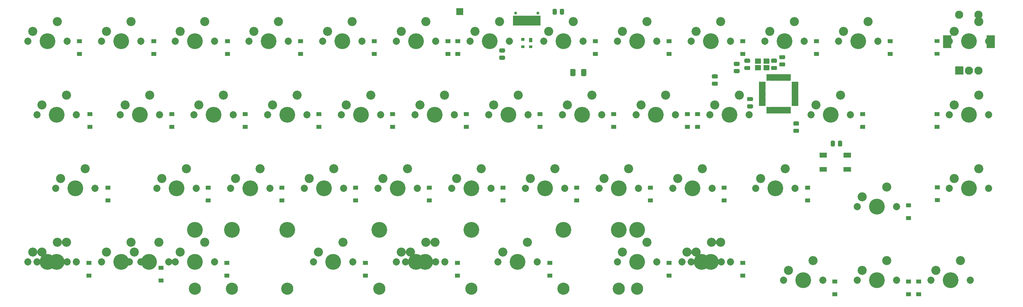
<source format=gbs>
G04 #@! TF.GenerationSoftware,KiCad,Pcbnew,5.1.7*
G04 #@! TF.CreationDate,2020-10-07T19:53:18-07:00*
G04 #@! TF.ProjectId,Program Yoink,50726f67-7261-46d2-9059-6f696e6b2e6b,rev?*
G04 #@! TF.SameCoordinates,Original*
G04 #@! TF.FileFunction,Soldermask,Bot*
G04 #@! TF.FilePolarity,Negative*
%FSLAX46Y46*%
G04 Gerber Fmt 4.6, Leading zero omitted, Abs format (unit mm)*
G04 Created by KiCad (PCBNEW 5.1.7) date 2020-10-07 19:53:18*
%MOMM*%
%LPD*%
G01*
G04 APERTURE LIST*
%ADD10C,2.352000*%
%ADD11C,4.089800*%
%ADD12C,1.852000*%
%ADD13C,0.752000*%
%ADD14C,2.102000*%
%ADD15C,3.150000*%
%ADD16C,0.100000*%
G04 APERTURE END LIST*
G36*
G01*
X-21348000Y257595000D02*
X-21348000Y259295000D01*
G75*
G02*
X-21297000Y259346000I51000J0D01*
G01*
X-19597000Y259346000D01*
G75*
G02*
X-19546000Y259295000I0J-51000D01*
G01*
X-19546000Y257595000D01*
G75*
G02*
X-19597000Y257544000I-51000J0D01*
G01*
X-21297000Y257544000D01*
G75*
G02*
X-21348000Y257595000I0J51000D01*
G01*
G37*
D10*
X77946250Y236855000D03*
D11*
X75406250Y231775000D03*
D10*
X71596250Y234315000D03*
D12*
X70326250Y231775000D03*
X80486250Y231775000D03*
G36*
G01*
X76484500Y224763750D02*
X76484500Y223800250D01*
G75*
G02*
X76215250Y223531000I-269250J0D01*
G01*
X75676750Y223531000D01*
G75*
G02*
X75407500Y223800250I0J269250D01*
G01*
X75407500Y224763750D01*
G75*
G02*
X75676750Y225033000I269250J0D01*
G01*
X76215250Y225033000D01*
G75*
G02*
X76484500Y224763750I0J-269250D01*
G01*
G37*
G36*
G01*
X78359500Y224763750D02*
X78359500Y223800250D01*
G75*
G02*
X78090250Y223531000I-269250J0D01*
G01*
X77551750Y223531000D01*
G75*
G02*
X77282500Y223800250I0J269250D01*
G01*
X77282500Y224763750D01*
G75*
G02*
X77551750Y225033000I269250J0D01*
G01*
X78090250Y225033000D01*
G75*
G02*
X78359500Y224763750I0J-269250D01*
G01*
G37*
G36*
G01*
X-301000Y254898750D02*
X-301000Y257348750D01*
G75*
G02*
X-250000Y257399750I51000J0D01*
G01*
X350000Y257399750D01*
G75*
G02*
X401000Y257348750I0J-51000D01*
G01*
X401000Y254898750D01*
G75*
G02*
X350000Y254847750I-51000J0D01*
G01*
X-250000Y254847750D01*
G75*
G02*
X-301000Y254898750I0J51000D01*
G01*
G37*
G36*
G01*
X-6751000Y254898750D02*
X-6751000Y257348750D01*
G75*
G02*
X-6700000Y257399750I51000J0D01*
G01*
X-6100000Y257399750D01*
G75*
G02*
X-6049000Y257348750I0J-51000D01*
G01*
X-6049000Y254898750D01*
G75*
G02*
X-6100000Y254847750I-51000J0D01*
G01*
X-6700000Y254847750D01*
G75*
G02*
X-6751000Y254898750I0J51000D01*
G01*
G37*
G36*
G01*
X-1076000Y254898750D02*
X-1076000Y257348750D01*
G75*
G02*
X-1025000Y257399750I51000J0D01*
G01*
X-425000Y257399750D01*
G75*
G02*
X-374000Y257348750I0J-51000D01*
G01*
X-374000Y254898750D01*
G75*
G02*
X-425000Y254847750I-51000J0D01*
G01*
X-1025000Y254847750D01*
G75*
G02*
X-1076000Y254898750I0J51000D01*
G01*
G37*
G36*
G01*
X-5976000Y254898750D02*
X-5976000Y257348750D01*
G75*
G02*
X-5925000Y257399750I51000J0D01*
G01*
X-5325000Y257399750D01*
G75*
G02*
X-5274000Y257348750I0J-51000D01*
G01*
X-5274000Y254898750D01*
G75*
G02*
X-5325000Y254847750I-51000J0D01*
G01*
X-5925000Y254847750D01*
G75*
G02*
X-5976000Y254898750I0J51000D01*
G01*
G37*
G36*
G01*
X-5126000Y254898750D02*
X-5126000Y257348750D01*
G75*
G02*
X-5075000Y257399750I51000J0D01*
G01*
X-4775000Y257399750D01*
G75*
G02*
X-4724000Y257348750I0J-51000D01*
G01*
X-4724000Y254898750D01*
G75*
G02*
X-4775000Y254847750I-51000J0D01*
G01*
X-5075000Y254847750D01*
G75*
G02*
X-5126000Y254898750I0J51000D01*
G01*
G37*
G36*
G01*
X-1626000Y254898750D02*
X-1626000Y257348750D01*
G75*
G02*
X-1575000Y257399750I51000J0D01*
G01*
X-1275000Y257399750D01*
G75*
G02*
X-1224000Y257348750I0J-51000D01*
G01*
X-1224000Y254898750D01*
G75*
G02*
X-1275000Y254847750I-51000J0D01*
G01*
X-1575000Y254847750D01*
G75*
G02*
X-1626000Y254898750I0J51000D01*
G01*
G37*
G36*
G01*
X-4626000Y254898750D02*
X-4626000Y257348750D01*
G75*
G02*
X-4575000Y257399750I51000J0D01*
G01*
X-4275000Y257399750D01*
G75*
G02*
X-4224000Y257348750I0J-51000D01*
G01*
X-4224000Y254898750D01*
G75*
G02*
X-4275000Y254847750I-51000J0D01*
G01*
X-4575000Y254847750D01*
G75*
G02*
X-4626000Y254898750I0J51000D01*
G01*
G37*
G36*
G01*
X-2126000Y254898750D02*
X-2126000Y257348750D01*
G75*
G02*
X-2075000Y257399750I51000J0D01*
G01*
X-1775000Y257399750D01*
G75*
G02*
X-1724000Y257348750I0J-51000D01*
G01*
X-1724000Y254898750D01*
G75*
G02*
X-1775000Y254847750I-51000J0D01*
G01*
X-2075000Y254847750D01*
G75*
G02*
X-2126000Y254898750I0J51000D01*
G01*
G37*
G36*
G01*
X-4126000Y254898750D02*
X-4126000Y257348750D01*
G75*
G02*
X-4075000Y257399750I51000J0D01*
G01*
X-3775000Y257399750D01*
G75*
G02*
X-3724000Y257348750I0J-51000D01*
G01*
X-3724000Y254898750D01*
G75*
G02*
X-3775000Y254847750I-51000J0D01*
G01*
X-4075000Y254847750D01*
G75*
G02*
X-4126000Y254898750I0J51000D01*
G01*
G37*
G36*
G01*
X-2626000Y254898750D02*
X-2626000Y257348750D01*
G75*
G02*
X-2575000Y257399750I51000J0D01*
G01*
X-2275000Y257399750D01*
G75*
G02*
X-2224000Y257348750I0J-51000D01*
G01*
X-2224000Y254898750D01*
G75*
G02*
X-2275000Y254847750I-51000J0D01*
G01*
X-2575000Y254847750D01*
G75*
G02*
X-2626000Y254898750I0J51000D01*
G01*
G37*
G36*
G01*
X-3126000Y254898750D02*
X-3126000Y257348750D01*
G75*
G02*
X-3075000Y257399750I51000J0D01*
G01*
X-2775000Y257399750D01*
G75*
G02*
X-2724000Y257348750I0J-51000D01*
G01*
X-2724000Y254898750D01*
G75*
G02*
X-2775000Y254847750I-51000J0D01*
G01*
X-3075000Y254847750D01*
G75*
G02*
X-3126000Y254898750I0J51000D01*
G01*
G37*
G36*
G01*
X-3626000Y254898750D02*
X-3626000Y257348750D01*
G75*
G02*
X-3575000Y257399750I51000J0D01*
G01*
X-3275000Y257399750D01*
G75*
G02*
X-3224000Y257348750I0J-51000D01*
G01*
X-3224000Y254898750D01*
G75*
G02*
X-3275000Y254847750I-51000J0D01*
G01*
X-3575000Y254847750D01*
G75*
G02*
X-3626000Y254898750I0J51000D01*
G01*
G37*
D13*
X-285000Y258068750D03*
X-6065000Y258068750D03*
G36*
G01*
X-2509001Y251630000D02*
X-1808999Y251630000D01*
G75*
G02*
X-1758000Y251579001I0J-50999D01*
G01*
X-1758000Y250578999D01*
G75*
G02*
X-1808999Y250528000I-50999J0D01*
G01*
X-2509001Y250528000D01*
G75*
G02*
X-2560000Y250578999I0J50999D01*
G01*
X-2560000Y251579001D01*
G75*
G02*
X-2509001Y251630000I50999J0D01*
G01*
G37*
G36*
G01*
X-4509000Y251630000D02*
X-3809000Y251630000D01*
G75*
G02*
X-3758000Y251579000I0J-51000D01*
G01*
X-3758000Y250979000D01*
G75*
G02*
X-3809000Y250928000I-51000J0D01*
G01*
X-4509000Y250928000D01*
G75*
G02*
X-4560000Y250979000I0J51000D01*
G01*
X-4560000Y251579000D01*
G75*
G02*
X-4509000Y251630000I51000J0D01*
G01*
G37*
G36*
G01*
X-2509000Y249730000D02*
X-1809000Y249730000D01*
G75*
G02*
X-1758000Y249679000I0J-51000D01*
G01*
X-1758000Y249079000D01*
G75*
G02*
X-1809000Y249028000I-51000J0D01*
G01*
X-2509000Y249028000D01*
G75*
G02*
X-2560000Y249079000I0J51000D01*
G01*
X-2560000Y249679000D01*
G75*
G02*
X-2509000Y249730000I51000J0D01*
G01*
G37*
G36*
G01*
X-4509000Y249730000D02*
X-3809000Y249730000D01*
G75*
G02*
X-3758000Y249679000I0J-51000D01*
G01*
X-3758000Y249079000D01*
G75*
G02*
X-3809000Y249028000I-51000J0D01*
G01*
X-4509000Y249028000D01*
G75*
G02*
X-4560000Y249079000I0J51000D01*
G01*
X-4560000Y249679000D01*
G75*
G02*
X-4509000Y249730000I51000J0D01*
G01*
G37*
G36*
G01*
X4602500Y258926750D02*
X4602500Y257963250D01*
G75*
G02*
X4333250Y257694000I-269250J0D01*
G01*
X3794750Y257694000D01*
G75*
G02*
X3525500Y257963250I0J269250D01*
G01*
X3525500Y258926750D01*
G75*
G02*
X3794750Y259196000I269250J0D01*
G01*
X4333250Y259196000D01*
G75*
G02*
X4602500Y258926750I0J-269250D01*
G01*
G37*
G36*
G01*
X6477500Y258926750D02*
X6477500Y257963250D01*
G75*
G02*
X6208250Y257694000I-269250J0D01*
G01*
X5669750Y257694000D01*
G75*
G02*
X5400500Y257963250I0J269250D01*
G01*
X5400500Y258926750D01*
G75*
G02*
X5669750Y259196000I269250J0D01*
G01*
X6208250Y259196000D01*
G75*
G02*
X6477500Y258926750I0J-269250D01*
G01*
G37*
G36*
G01*
X-9043250Y247873500D02*
X-10006750Y247873500D01*
G75*
G02*
X-10276000Y248142750I0J269250D01*
G01*
X-10276000Y248681250D01*
G75*
G02*
X-10006750Y248950500I269250J0D01*
G01*
X-9043250Y248950500D01*
G75*
G02*
X-8774000Y248681250I0J-269250D01*
G01*
X-8774000Y248142750D01*
G75*
G02*
X-9043250Y247873500I-269250J0D01*
G01*
G37*
G36*
G01*
X-9043250Y245998500D02*
X-10006750Y245998500D01*
G75*
G02*
X-10276000Y246267750I0J269250D01*
G01*
X-10276000Y246806250D01*
G75*
G02*
X-10006750Y247075500I269250J0D01*
G01*
X-9043250Y247075500D01*
G75*
G02*
X-8774000Y246806250I0J-269250D01*
G01*
X-8774000Y246267750D01*
G75*
G02*
X-9043250Y245998500I-269250J0D01*
G01*
G37*
G36*
G01*
X9439000Y243352600D02*
X9439000Y242041400D01*
G75*
G02*
X9168600Y241771000I-270400J0D01*
G01*
X8357400Y241771000D01*
G75*
G02*
X8087000Y242041400I0J270400D01*
G01*
X8087000Y243352600D01*
G75*
G02*
X8357400Y243623000I270400J0D01*
G01*
X9168600Y243623000D01*
G75*
G02*
X9439000Y243352600I0J-270400D01*
G01*
G37*
G36*
G01*
X12239000Y243352600D02*
X12239000Y242041400D01*
G75*
G02*
X11968600Y241771000I-270400J0D01*
G01*
X11157400Y241771000D01*
G75*
G02*
X10887000Y242041400I0J270400D01*
G01*
X10887000Y243352600D01*
G75*
G02*
X11157400Y243623000I270400J0D01*
G01*
X11968600Y243623000D01*
G75*
G02*
X12239000Y243352600I0J-270400D01*
G01*
G37*
G36*
G01*
X55839658Y243356222D02*
X55839658Y244556224D01*
G75*
G02*
X55890657Y244607223I50999J0D01*
G01*
X57290659Y244607223D01*
G75*
G02*
X57341658Y244556224I0J-50999D01*
G01*
X57341658Y243356222D01*
G75*
G02*
X57290659Y243305223I-50999J0D01*
G01*
X55890657Y243305223D01*
G75*
G02*
X55839658Y243356222I0J50999D01*
G01*
G37*
G36*
G01*
X58039658Y243356222D02*
X58039658Y244556224D01*
G75*
G02*
X58090657Y244607223I50999J0D01*
G01*
X59490659Y244607223D01*
G75*
G02*
X59541658Y244556224I0J-50999D01*
G01*
X59541658Y243356222D01*
G75*
G02*
X59490659Y243305223I-50999J0D01*
G01*
X58090657Y243305223D01*
G75*
G02*
X58039658Y243356222I0J50999D01*
G01*
G37*
G36*
G01*
X58039658Y245056222D02*
X58039658Y246256224D01*
G75*
G02*
X58090657Y246307223I50999J0D01*
G01*
X59490659Y246307223D01*
G75*
G02*
X59541658Y246256224I0J-50999D01*
G01*
X59541658Y245056222D01*
G75*
G02*
X59490659Y245005223I-50999J0D01*
G01*
X58090657Y245005223D01*
G75*
G02*
X58039658Y245056222I0J50999D01*
G01*
G37*
G36*
G01*
X55839658Y245056222D02*
X55839658Y246256224D01*
G75*
G02*
X55890657Y246307223I50999J0D01*
G01*
X57290659Y246307223D01*
G75*
G02*
X57341658Y246256224I0J-50999D01*
G01*
X57341658Y245056222D01*
G75*
G02*
X57290659Y245005223I-50999J0D01*
G01*
X55890657Y245005223D01*
G75*
G02*
X55839658Y245056222I0J50999D01*
G01*
G37*
G36*
G01*
X72530000Y220756000D02*
X72530000Y221856000D01*
G75*
G02*
X72581000Y221907000I51000J0D01*
G01*
X74381000Y221907000D01*
G75*
G02*
X74432000Y221856000I0J-51000D01*
G01*
X74432000Y220756000D01*
G75*
G02*
X74381000Y220705000I-51000J0D01*
G01*
X72581000Y220705000D01*
G75*
G02*
X72530000Y220756000I0J51000D01*
G01*
G37*
G36*
G01*
X78730000Y217056000D02*
X78730000Y218156000D01*
G75*
G02*
X78781000Y218207000I51000J0D01*
G01*
X80581000Y218207000D01*
G75*
G02*
X80632000Y218156000I0J-51000D01*
G01*
X80632000Y217056000D01*
G75*
G02*
X80581000Y217005000I-51000J0D01*
G01*
X78781000Y217005000D01*
G75*
G02*
X78730000Y217056000I0J51000D01*
G01*
G37*
G36*
G01*
X72530000Y217056000D02*
X72530000Y218156000D01*
G75*
G02*
X72581000Y218207000I51000J0D01*
G01*
X74381000Y218207000D01*
G75*
G02*
X74432000Y218156000I0J-51000D01*
G01*
X74432000Y217056000D01*
G75*
G02*
X74381000Y217005000I-51000J0D01*
G01*
X72581000Y217005000D01*
G75*
G02*
X72530000Y217056000I0J51000D01*
G01*
G37*
G36*
G01*
X78730000Y220756000D02*
X78730000Y221856000D01*
G75*
G02*
X78781000Y221907000I51000J0D01*
G01*
X80581000Y221907000D01*
G75*
G02*
X80632000Y221856000I0J-51000D01*
G01*
X80632000Y220756000D01*
G75*
G02*
X80581000Y220705000I-51000J0D01*
G01*
X78781000Y220705000D01*
G75*
G02*
X78730000Y220756000I0J51000D01*
G01*
G37*
G36*
G01*
X109638400Y242147000D02*
X107638400Y242147000D01*
G75*
G02*
X107587400Y242198000I0J51000D01*
G01*
X107587400Y244198000D01*
G75*
G02*
X107638400Y244249000I51000J0D01*
G01*
X109638400Y244249000D01*
G75*
G02*
X109689400Y244198000I0J-51000D01*
G01*
X109689400Y242198000D01*
G75*
G02*
X109638400Y242147000I-51000J0D01*
G01*
G37*
D14*
X111138400Y243198000D03*
X113638400Y243198000D03*
G36*
G01*
X106538400Y249047000D02*
X104538400Y249047000D01*
G75*
G02*
X104487400Y249098000I0J51000D01*
G01*
X104487400Y252298000D01*
G75*
G02*
X104538400Y252349000I51000J0D01*
G01*
X106538400Y252349000D01*
G75*
G02*
X106589400Y252298000I0J-51000D01*
G01*
X106589400Y249098000D01*
G75*
G02*
X106538400Y249047000I-51000J0D01*
G01*
G37*
G36*
G01*
X117738400Y249047000D02*
X115738400Y249047000D01*
G75*
G02*
X115687400Y249098000I0J51000D01*
G01*
X115687400Y252298000D01*
G75*
G02*
X115738400Y252349000I51000J0D01*
G01*
X117738400Y252349000D01*
G75*
G02*
X117789400Y252298000I0J-51000D01*
G01*
X117789400Y249098000D01*
G75*
G02*
X117738400Y249047000I-51000J0D01*
G01*
G37*
X108638400Y257698000D03*
X113638400Y257698000D03*
G36*
G01*
X66002750Y228152500D02*
X66966250Y228152500D01*
G75*
G02*
X67235500Y227883250I0J-269250D01*
G01*
X67235500Y227344750D01*
G75*
G02*
X66966250Y227075500I-269250J0D01*
G01*
X66002750Y227075500D01*
G75*
G02*
X65733500Y227344750I0J269250D01*
G01*
X65733500Y227883250D01*
G75*
G02*
X66002750Y228152500I269250J0D01*
G01*
G37*
G36*
G01*
X66002750Y230027500D02*
X66966250Y230027500D01*
G75*
G02*
X67235500Y229758250I0J-269250D01*
G01*
X67235500Y229219750D01*
G75*
G02*
X66966250Y228950500I-269250J0D01*
G01*
X66002750Y228950500D01*
G75*
G02*
X65733500Y229219750I0J269250D01*
G01*
X65733500Y229758250D01*
G75*
G02*
X66002750Y230027500I269250J0D01*
G01*
G37*
G36*
G01*
X44984250Y240344500D02*
X45947750Y240344500D01*
G75*
G02*
X46217000Y240075250I0J-269250D01*
G01*
X46217000Y239536750D01*
G75*
G02*
X45947750Y239267500I-269250J0D01*
G01*
X44984250Y239267500D01*
G75*
G02*
X44715000Y239536750I0J269250D01*
G01*
X44715000Y240075250D01*
G75*
G02*
X44984250Y240344500I269250J0D01*
G01*
G37*
G36*
G01*
X44984250Y242219500D02*
X45947750Y242219500D01*
G75*
G02*
X46217000Y241950250I0J-269250D01*
G01*
X46217000Y241411750D01*
G75*
G02*
X45947750Y241142500I-269250J0D01*
G01*
X44984250Y241142500D01*
G75*
G02*
X44715000Y241411750I0J269250D01*
G01*
X44715000Y241950250D01*
G75*
G02*
X44984250Y242219500I269250J0D01*
G01*
G37*
G36*
G01*
X51586550Y244414500D02*
X50623050Y244414500D01*
G75*
G02*
X50353800Y244683750I0J269250D01*
G01*
X50353800Y245222250D01*
G75*
G02*
X50623050Y245491500I269250J0D01*
G01*
X51586550Y245491500D01*
G75*
G02*
X51855800Y245222250I0J-269250D01*
G01*
X51855800Y244683750D01*
G75*
G02*
X51586550Y244414500I-269250J0D01*
G01*
G37*
G36*
G01*
X51586550Y242539500D02*
X50623050Y242539500D01*
G75*
G02*
X50353800Y242808750I0J269250D01*
G01*
X50353800Y243347250D01*
G75*
G02*
X50623050Y243616500I269250J0D01*
G01*
X51586550Y243616500D01*
G75*
G02*
X51855800Y243347250I0J-269250D01*
G01*
X51855800Y242808750D01*
G75*
G02*
X51586550Y242539500I-269250J0D01*
G01*
G37*
G36*
G01*
X63346750Y246129000D02*
X62383250Y246129000D01*
G75*
G02*
X62114000Y246398250I0J269250D01*
G01*
X62114000Y246936750D01*
G75*
G02*
X62383250Y247206000I269250J0D01*
G01*
X63346750Y247206000D01*
G75*
G02*
X63616000Y246936750I0J-269250D01*
G01*
X63616000Y246398250D01*
G75*
G02*
X63346750Y246129000I-269250J0D01*
G01*
G37*
G36*
G01*
X63346750Y244254000D02*
X62383250Y244254000D01*
G75*
G02*
X62114000Y244523250I0J269250D01*
G01*
X62114000Y245061750D01*
G75*
G02*
X62383250Y245331000I269250J0D01*
G01*
X63346750Y245331000D01*
G75*
G02*
X63616000Y245061750I0J-269250D01*
G01*
X63616000Y244523250D01*
G75*
G02*
X63346750Y244254000I-269250J0D01*
G01*
G37*
G36*
G01*
X54077450Y234477100D02*
X55040950Y234477100D01*
G75*
G02*
X55310200Y234207850I0J-269250D01*
G01*
X55310200Y233669350D01*
G75*
G02*
X55040950Y233400100I-269250J0D01*
G01*
X54077450Y233400100D01*
G75*
G02*
X53808200Y233669350I0J269250D01*
G01*
X53808200Y234207850D01*
G75*
G02*
X54077450Y234477100I269250J0D01*
G01*
G37*
G36*
G01*
X54077450Y236352100D02*
X55040950Y236352100D01*
G75*
G02*
X55310200Y236082850I0J-269250D01*
G01*
X55310200Y235544350D01*
G75*
G02*
X55040950Y235275100I-269250J0D01*
G01*
X54077450Y235275100D01*
G75*
G02*
X53808200Y235544350I0J269250D01*
G01*
X53808200Y236082850D01*
G75*
G02*
X54077450Y236352100I269250J0D01*
G01*
G37*
G36*
G01*
X61238550Y245206500D02*
X60275050Y245206500D01*
G75*
G02*
X60005800Y245475750I0J269250D01*
G01*
X60005800Y246014250D01*
G75*
G02*
X60275050Y246283500I269250J0D01*
G01*
X61238550Y246283500D01*
G75*
G02*
X61507800Y246014250I0J-269250D01*
G01*
X61507800Y245475750D01*
G75*
G02*
X61238550Y245206500I-269250J0D01*
G01*
G37*
G36*
G01*
X61238550Y243331500D02*
X60275050Y243331500D01*
G75*
G02*
X60005800Y243600750I0J269250D01*
G01*
X60005800Y244139250D01*
G75*
G02*
X60275050Y244408500I269250J0D01*
G01*
X61238550Y244408500D01*
G75*
G02*
X61507800Y244139250I0J-269250D01*
G01*
X61507800Y243600750D01*
G75*
G02*
X61238550Y243331500I-269250J0D01*
G01*
G37*
G36*
G01*
X53366250Y244408500D02*
X54329750Y244408500D01*
G75*
G02*
X54599000Y244139250I0J-269250D01*
G01*
X54599000Y243600750D01*
G75*
G02*
X54329750Y243331500I-269250J0D01*
G01*
X53366250Y243331500D01*
G75*
G02*
X53097000Y243600750I0J269250D01*
G01*
X53097000Y244139250D01*
G75*
G02*
X53366250Y244408500I269250J0D01*
G01*
G37*
G36*
G01*
X53366250Y246283500D02*
X54329750Y246283500D01*
G75*
G02*
X54599000Y246014250I0J-269250D01*
G01*
X54599000Y245475750D01*
G75*
G02*
X54329750Y245206500I-269250J0D01*
G01*
X53366250Y245206500D01*
G75*
G02*
X53097000Y245475750I0J269250D01*
G01*
X53097000Y246014250D01*
G75*
G02*
X53366250Y246283500I269250J0D01*
G01*
G37*
G36*
G01*
X58535505Y240253497D02*
X58535505Y239703497D01*
G75*
G02*
X58484505Y239652497I-51000J0D01*
G01*
X56884505Y239652497D01*
G75*
G02*
X56833505Y239703497I0J51000D01*
G01*
X56833505Y240253497D01*
G75*
G02*
X56884505Y240304497I51000J0D01*
G01*
X58484505Y240304497D01*
G75*
G02*
X58535505Y240253497I0J-51000D01*
G01*
G37*
G36*
G01*
X58535505Y239453497D02*
X58535505Y238903497D01*
G75*
G02*
X58484505Y238852497I-51000J0D01*
G01*
X56884505Y238852497D01*
G75*
G02*
X56833505Y238903497I0J51000D01*
G01*
X56833505Y239453497D01*
G75*
G02*
X56884505Y239504497I51000J0D01*
G01*
X58484505Y239504497D01*
G75*
G02*
X58535505Y239453497I0J-51000D01*
G01*
G37*
G36*
G01*
X58535505Y238653497D02*
X58535505Y238103497D01*
G75*
G02*
X58484505Y238052497I-51000J0D01*
G01*
X56884505Y238052497D01*
G75*
G02*
X56833505Y238103497I0J51000D01*
G01*
X56833505Y238653497D01*
G75*
G02*
X56884505Y238704497I51000J0D01*
G01*
X58484505Y238704497D01*
G75*
G02*
X58535505Y238653497I0J-51000D01*
G01*
G37*
G36*
G01*
X58535505Y237853497D02*
X58535505Y237303497D01*
G75*
G02*
X58484505Y237252497I-51000J0D01*
G01*
X56884505Y237252497D01*
G75*
G02*
X56833505Y237303497I0J51000D01*
G01*
X56833505Y237853497D01*
G75*
G02*
X56884505Y237904497I51000J0D01*
G01*
X58484505Y237904497D01*
G75*
G02*
X58535505Y237853497I0J-51000D01*
G01*
G37*
G36*
G01*
X58535505Y237053497D02*
X58535505Y236503497D01*
G75*
G02*
X58484505Y236452497I-51000J0D01*
G01*
X56884505Y236452497D01*
G75*
G02*
X56833505Y236503497I0J51000D01*
G01*
X56833505Y237053497D01*
G75*
G02*
X56884505Y237104497I51000J0D01*
G01*
X58484505Y237104497D01*
G75*
G02*
X58535505Y237053497I0J-51000D01*
G01*
G37*
G36*
G01*
X58535505Y236253497D02*
X58535505Y235703497D01*
G75*
G02*
X58484505Y235652497I-51000J0D01*
G01*
X56884505Y235652497D01*
G75*
G02*
X56833505Y235703497I0J51000D01*
G01*
X56833505Y236253497D01*
G75*
G02*
X56884505Y236304497I51000J0D01*
G01*
X58484505Y236304497D01*
G75*
G02*
X58535505Y236253497I0J-51000D01*
G01*
G37*
G36*
G01*
X58535505Y235453497D02*
X58535505Y234903497D01*
G75*
G02*
X58484505Y234852497I-51000J0D01*
G01*
X56884505Y234852497D01*
G75*
G02*
X56833505Y234903497I0J51000D01*
G01*
X56833505Y235453497D01*
G75*
G02*
X56884505Y235504497I51000J0D01*
G01*
X58484505Y235504497D01*
G75*
G02*
X58535505Y235453497I0J-51000D01*
G01*
G37*
G36*
G01*
X58535505Y234653497D02*
X58535505Y234103497D01*
G75*
G02*
X58484505Y234052497I-51000J0D01*
G01*
X56884505Y234052497D01*
G75*
G02*
X56833505Y234103497I0J51000D01*
G01*
X56833505Y234653497D01*
G75*
G02*
X56884505Y234704497I51000J0D01*
G01*
X58484505Y234704497D01*
G75*
G02*
X58535505Y234653497I0J-51000D01*
G01*
G37*
G36*
G01*
X58859505Y233779497D02*
X59409505Y233779497D01*
G75*
G02*
X59460505Y233728497I0J-51000D01*
G01*
X59460505Y232128497D01*
G75*
G02*
X59409505Y232077497I-51000J0D01*
G01*
X58859505Y232077497D01*
G75*
G02*
X58808505Y232128497I0J51000D01*
G01*
X58808505Y233728497D01*
G75*
G02*
X58859505Y233779497I51000J0D01*
G01*
G37*
G36*
G01*
X59659505Y233779497D02*
X60209505Y233779497D01*
G75*
G02*
X60260505Y233728497I0J-51000D01*
G01*
X60260505Y232128497D01*
G75*
G02*
X60209505Y232077497I-51000J0D01*
G01*
X59659505Y232077497D01*
G75*
G02*
X59608505Y232128497I0J51000D01*
G01*
X59608505Y233728497D01*
G75*
G02*
X59659505Y233779497I51000J0D01*
G01*
G37*
G36*
G01*
X60459505Y233779497D02*
X61009505Y233779497D01*
G75*
G02*
X61060505Y233728497I0J-51000D01*
G01*
X61060505Y232128497D01*
G75*
G02*
X61009505Y232077497I-51000J0D01*
G01*
X60459505Y232077497D01*
G75*
G02*
X60408505Y232128497I0J51000D01*
G01*
X60408505Y233728497D01*
G75*
G02*
X60459505Y233779497I51000J0D01*
G01*
G37*
G36*
G01*
X61259505Y233779497D02*
X61809505Y233779497D01*
G75*
G02*
X61860505Y233728497I0J-51000D01*
G01*
X61860505Y232128497D01*
G75*
G02*
X61809505Y232077497I-51000J0D01*
G01*
X61259505Y232077497D01*
G75*
G02*
X61208505Y232128497I0J51000D01*
G01*
X61208505Y233728497D01*
G75*
G02*
X61259505Y233779497I51000J0D01*
G01*
G37*
G36*
G01*
X62059505Y233779497D02*
X62609505Y233779497D01*
G75*
G02*
X62660505Y233728497I0J-51000D01*
G01*
X62660505Y232128497D01*
G75*
G02*
X62609505Y232077497I-51000J0D01*
G01*
X62059505Y232077497D01*
G75*
G02*
X62008505Y232128497I0J51000D01*
G01*
X62008505Y233728497D01*
G75*
G02*
X62059505Y233779497I51000J0D01*
G01*
G37*
G36*
G01*
X62859505Y233779497D02*
X63409505Y233779497D01*
G75*
G02*
X63460505Y233728497I0J-51000D01*
G01*
X63460505Y232128497D01*
G75*
G02*
X63409505Y232077497I-51000J0D01*
G01*
X62859505Y232077497D01*
G75*
G02*
X62808505Y232128497I0J51000D01*
G01*
X62808505Y233728497D01*
G75*
G02*
X62859505Y233779497I51000J0D01*
G01*
G37*
G36*
G01*
X63659505Y233779497D02*
X64209505Y233779497D01*
G75*
G02*
X64260505Y233728497I0J-51000D01*
G01*
X64260505Y232128497D01*
G75*
G02*
X64209505Y232077497I-51000J0D01*
G01*
X63659505Y232077497D01*
G75*
G02*
X63608505Y232128497I0J51000D01*
G01*
X63608505Y233728497D01*
G75*
G02*
X63659505Y233779497I51000J0D01*
G01*
G37*
G36*
G01*
X64459505Y233779497D02*
X65009505Y233779497D01*
G75*
G02*
X65060505Y233728497I0J-51000D01*
G01*
X65060505Y232128497D01*
G75*
G02*
X65009505Y232077497I-51000J0D01*
G01*
X64459505Y232077497D01*
G75*
G02*
X64408505Y232128497I0J51000D01*
G01*
X64408505Y233728497D01*
G75*
G02*
X64459505Y233779497I51000J0D01*
G01*
G37*
G36*
G01*
X67035505Y234653497D02*
X67035505Y234103497D01*
G75*
G02*
X66984505Y234052497I-51000J0D01*
G01*
X65384505Y234052497D01*
G75*
G02*
X65333505Y234103497I0J51000D01*
G01*
X65333505Y234653497D01*
G75*
G02*
X65384505Y234704497I51000J0D01*
G01*
X66984505Y234704497D01*
G75*
G02*
X67035505Y234653497I0J-51000D01*
G01*
G37*
G36*
G01*
X67035505Y235453497D02*
X67035505Y234903497D01*
G75*
G02*
X66984505Y234852497I-51000J0D01*
G01*
X65384505Y234852497D01*
G75*
G02*
X65333505Y234903497I0J51000D01*
G01*
X65333505Y235453497D01*
G75*
G02*
X65384505Y235504497I51000J0D01*
G01*
X66984505Y235504497D01*
G75*
G02*
X67035505Y235453497I0J-51000D01*
G01*
G37*
G36*
G01*
X67035505Y236253497D02*
X67035505Y235703497D01*
G75*
G02*
X66984505Y235652497I-51000J0D01*
G01*
X65384505Y235652497D01*
G75*
G02*
X65333505Y235703497I0J51000D01*
G01*
X65333505Y236253497D01*
G75*
G02*
X65384505Y236304497I51000J0D01*
G01*
X66984505Y236304497D01*
G75*
G02*
X67035505Y236253497I0J-51000D01*
G01*
G37*
G36*
G01*
X67035505Y237053497D02*
X67035505Y236503497D01*
G75*
G02*
X66984505Y236452497I-51000J0D01*
G01*
X65384505Y236452497D01*
G75*
G02*
X65333505Y236503497I0J51000D01*
G01*
X65333505Y237053497D01*
G75*
G02*
X65384505Y237104497I51000J0D01*
G01*
X66984505Y237104497D01*
G75*
G02*
X67035505Y237053497I0J-51000D01*
G01*
G37*
G36*
G01*
X67035505Y237853497D02*
X67035505Y237303497D01*
G75*
G02*
X66984505Y237252497I-51000J0D01*
G01*
X65384505Y237252497D01*
G75*
G02*
X65333505Y237303497I0J51000D01*
G01*
X65333505Y237853497D01*
G75*
G02*
X65384505Y237904497I51000J0D01*
G01*
X66984505Y237904497D01*
G75*
G02*
X67035505Y237853497I0J-51000D01*
G01*
G37*
G36*
G01*
X67035505Y238653497D02*
X67035505Y238103497D01*
G75*
G02*
X66984505Y238052497I-51000J0D01*
G01*
X65384505Y238052497D01*
G75*
G02*
X65333505Y238103497I0J51000D01*
G01*
X65333505Y238653497D01*
G75*
G02*
X65384505Y238704497I51000J0D01*
G01*
X66984505Y238704497D01*
G75*
G02*
X67035505Y238653497I0J-51000D01*
G01*
G37*
G36*
G01*
X67035505Y239453497D02*
X67035505Y238903497D01*
G75*
G02*
X66984505Y238852497I-51000J0D01*
G01*
X65384505Y238852497D01*
G75*
G02*
X65333505Y238903497I0J51000D01*
G01*
X65333505Y239453497D01*
G75*
G02*
X65384505Y239504497I51000J0D01*
G01*
X66984505Y239504497D01*
G75*
G02*
X67035505Y239453497I0J-51000D01*
G01*
G37*
G36*
G01*
X67035505Y240253497D02*
X67035505Y239703497D01*
G75*
G02*
X66984505Y239652497I-51000J0D01*
G01*
X65384505Y239652497D01*
G75*
G02*
X65333505Y239703497I0J51000D01*
G01*
X65333505Y240253497D01*
G75*
G02*
X65384505Y240304497I51000J0D01*
G01*
X66984505Y240304497D01*
G75*
G02*
X67035505Y240253497I0J-51000D01*
G01*
G37*
G36*
G01*
X64459505Y242279497D02*
X65009505Y242279497D01*
G75*
G02*
X65060505Y242228497I0J-51000D01*
G01*
X65060505Y240628497D01*
G75*
G02*
X65009505Y240577497I-51000J0D01*
G01*
X64459505Y240577497D01*
G75*
G02*
X64408505Y240628497I0J51000D01*
G01*
X64408505Y242228497D01*
G75*
G02*
X64459505Y242279497I51000J0D01*
G01*
G37*
G36*
G01*
X63659505Y242279497D02*
X64209505Y242279497D01*
G75*
G02*
X64260505Y242228497I0J-51000D01*
G01*
X64260505Y240628497D01*
G75*
G02*
X64209505Y240577497I-51000J0D01*
G01*
X63659505Y240577497D01*
G75*
G02*
X63608505Y240628497I0J51000D01*
G01*
X63608505Y242228497D01*
G75*
G02*
X63659505Y242279497I51000J0D01*
G01*
G37*
G36*
G01*
X62859505Y242279497D02*
X63409505Y242279497D01*
G75*
G02*
X63460505Y242228497I0J-51000D01*
G01*
X63460505Y240628497D01*
G75*
G02*
X63409505Y240577497I-51000J0D01*
G01*
X62859505Y240577497D01*
G75*
G02*
X62808505Y240628497I0J51000D01*
G01*
X62808505Y242228497D01*
G75*
G02*
X62859505Y242279497I51000J0D01*
G01*
G37*
G36*
G01*
X62059505Y242279497D02*
X62609505Y242279497D01*
G75*
G02*
X62660505Y242228497I0J-51000D01*
G01*
X62660505Y240628497D01*
G75*
G02*
X62609505Y240577497I-51000J0D01*
G01*
X62059505Y240577497D01*
G75*
G02*
X62008505Y240628497I0J51000D01*
G01*
X62008505Y242228497D01*
G75*
G02*
X62059505Y242279497I51000J0D01*
G01*
G37*
G36*
G01*
X61259505Y242279497D02*
X61809505Y242279497D01*
G75*
G02*
X61860505Y242228497I0J-51000D01*
G01*
X61860505Y240628497D01*
G75*
G02*
X61809505Y240577497I-51000J0D01*
G01*
X61259505Y240577497D01*
G75*
G02*
X61208505Y240628497I0J51000D01*
G01*
X61208505Y242228497D01*
G75*
G02*
X61259505Y242279497I51000J0D01*
G01*
G37*
G36*
G01*
X60459505Y242279497D02*
X61009505Y242279497D01*
G75*
G02*
X61060505Y242228497I0J-51000D01*
G01*
X61060505Y240628497D01*
G75*
G02*
X61009505Y240577497I-51000J0D01*
G01*
X60459505Y240577497D01*
G75*
G02*
X60408505Y240628497I0J51000D01*
G01*
X60408505Y242228497D01*
G75*
G02*
X60459505Y242279497I51000J0D01*
G01*
G37*
G36*
G01*
X59659505Y242279497D02*
X60209505Y242279497D01*
G75*
G02*
X60260505Y242228497I0J-51000D01*
G01*
X60260505Y240628497D01*
G75*
G02*
X60209505Y240577497I-51000J0D01*
G01*
X59659505Y240577497D01*
G75*
G02*
X59608505Y240628497I0J51000D01*
G01*
X59608505Y242228497D01*
G75*
G02*
X59659505Y242279497I51000J0D01*
G01*
G37*
G36*
G01*
X58859505Y242279497D02*
X59409505Y242279497D01*
G75*
G02*
X59460505Y242228497I0J-51000D01*
G01*
X59460505Y240628497D01*
G75*
G02*
X59409505Y240577497I-51000J0D01*
G01*
X58859505Y240577497D01*
G75*
G02*
X58808505Y240628497I0J51000D01*
G01*
X58808505Y242228497D01*
G75*
G02*
X58859505Y242279497I51000J0D01*
G01*
G37*
D10*
X70802500Y193992500D03*
D11*
X68262500Y188912500D03*
D10*
X64452500Y191452500D03*
D12*
X63182500Y188912500D03*
X73342500Y188912500D03*
G36*
G01*
X77054000Y188093000D02*
X75854000Y188093000D01*
G75*
G02*
X75803000Y188144000I0J51000D01*
G01*
X75803000Y189044000D01*
G75*
G02*
X75854000Y189095000I51000J0D01*
G01*
X77054000Y189095000D01*
G75*
G02*
X77105000Y189044000I0J-51000D01*
G01*
X77105000Y188144000D01*
G75*
G02*
X77054000Y188093000I-51000J0D01*
G01*
G37*
G36*
G01*
X77054000Y184793000D02*
X75854000Y184793000D01*
G75*
G02*
X75803000Y184844000I0J51000D01*
G01*
X75803000Y185744000D01*
G75*
G02*
X75854000Y185795000I51000J0D01*
G01*
X77054000Y185795000D01*
G75*
G02*
X77105000Y185744000I0J-51000D01*
G01*
X77105000Y184844000D01*
G75*
G02*
X77054000Y184793000I-51000J0D01*
G01*
G37*
D10*
X44608750Y198755000D03*
D11*
X42068750Y193675000D03*
D10*
X38258750Y196215000D03*
D12*
X36988750Y193675000D03*
X47148750Y193675000D03*
D10*
X-26828750Y198755000D03*
D11*
X-29368750Y193675000D03*
D10*
X-33178750Y196215000D03*
D12*
X-34448750Y193675000D03*
X-24288750Y193675000D03*
D15*
X-79368650Y186690000D03*
X20631150Y186690000D03*
D11*
X-79368650Y201930000D03*
X20631150Y201930000D03*
D10*
X-98266250Y198755000D03*
D11*
X-100806250Y193675000D03*
D10*
X-104616250Y196215000D03*
D12*
X-105886250Y193675000D03*
X-95726250Y193675000D03*
D10*
X-122078750Y198755000D03*
D11*
X-124618750Y193675000D03*
D10*
X-128428750Y196215000D03*
D12*
X-129698750Y193675000D03*
X-119538750Y193675000D03*
D10*
X108902500Y193992500D03*
D11*
X106362500Y188912500D03*
D10*
X102552500Y191452500D03*
D12*
X101282500Y188912500D03*
X111442500Y188912500D03*
D10*
X89852500Y193992500D03*
D11*
X87312500Y188912500D03*
D10*
X83502500Y191452500D03*
D12*
X82232500Y188912500D03*
X92392500Y188912500D03*
D10*
X46990000Y198755000D03*
D11*
X44450000Y193675000D03*
D10*
X40640000Y196215000D03*
D12*
X39370000Y193675000D03*
X49530000Y193675000D03*
D10*
X27940000Y198755000D03*
D11*
X25400000Y193675000D03*
D10*
X21590000Y196215000D03*
D12*
X20320000Y193675000D03*
X30480000Y193675000D03*
D10*
X-3016250Y198755000D03*
D11*
X-5556250Y193675000D03*
D10*
X-9366250Y196215000D03*
D12*
X-10636250Y193675000D03*
X-476250Y193675000D03*
D15*
X-17462500Y186690000D03*
X6350000Y186690000D03*
D11*
X-17462500Y201930000D03*
X6350000Y201930000D03*
D10*
X-29210000Y198755000D03*
D11*
X-31750000Y193675000D03*
D10*
X-35560000Y196215000D03*
D12*
X-36830000Y193675000D03*
X-26670000Y193675000D03*
D15*
X-88900000Y186690000D03*
X25400000Y186690000D03*
D11*
X-88900000Y201930000D03*
X25400000Y201930000D03*
D10*
X-50641250Y198755000D03*
D11*
X-53181250Y193675000D03*
D10*
X-56991250Y196215000D03*
D12*
X-58261250Y193675000D03*
X-48101250Y193675000D03*
D15*
X-65087500Y186690000D03*
X-41275000Y186690000D03*
D11*
X-65087500Y201930000D03*
X-41275000Y201930000D03*
D10*
X-86360000Y198755000D03*
D11*
X-88900000Y193675000D03*
D10*
X-92710000Y196215000D03*
D12*
X-93980000Y193675000D03*
X-83820000Y193675000D03*
D10*
X-105410000Y198755000D03*
D11*
X-107950000Y193675000D03*
D10*
X-111760000Y196215000D03*
D12*
X-113030000Y193675000D03*
X-102870000Y193675000D03*
D10*
X-124460000Y198755000D03*
D11*
X-127000000Y193675000D03*
D10*
X-130810000Y196215000D03*
D12*
X-132080000Y193675000D03*
X-121920000Y193675000D03*
D10*
X113665000Y217805000D03*
D11*
X111125000Y212725000D03*
D10*
X107315000Y215265000D03*
D12*
X106045000Y212725000D03*
X116205000Y212725000D03*
D10*
X89852500Y213042500D03*
D11*
X87312500Y207962500D03*
D10*
X83502500Y210502500D03*
D12*
X82232500Y207962500D03*
X92392500Y207962500D03*
D10*
X63658750Y217805000D03*
D11*
X61118750Y212725000D03*
D10*
X57308750Y215265000D03*
D12*
X56038750Y212725000D03*
X66198750Y212725000D03*
D10*
X42227500Y217805000D03*
D11*
X39687500Y212725000D03*
D10*
X35877500Y215265000D03*
D12*
X34607500Y212725000D03*
X44767500Y212725000D03*
D10*
X23177500Y217805000D03*
D11*
X20637500Y212725000D03*
D10*
X16827500Y215265000D03*
D12*
X15557500Y212725000D03*
X25717500Y212725000D03*
D10*
X4127500Y217805000D03*
D11*
X1587500Y212725000D03*
D10*
X-2222500Y215265000D03*
D12*
X-3492500Y212725000D03*
X6667500Y212725000D03*
D10*
X-14922500Y217805000D03*
D11*
X-17462500Y212725000D03*
D10*
X-21272500Y215265000D03*
D12*
X-22542500Y212725000D03*
X-12382500Y212725000D03*
D10*
X-33972500Y217805000D03*
D11*
X-36512500Y212725000D03*
D10*
X-40322500Y215265000D03*
D12*
X-41592500Y212725000D03*
X-31432500Y212725000D03*
D10*
X-53022500Y217805000D03*
D11*
X-55562500Y212725000D03*
D10*
X-59372500Y215265000D03*
D12*
X-60642500Y212725000D03*
X-50482500Y212725000D03*
D10*
X-72072500Y217805000D03*
D11*
X-74612500Y212725000D03*
D10*
X-78422500Y215265000D03*
D12*
X-79692500Y212725000D03*
X-69532500Y212725000D03*
D10*
X-91122500Y217805000D03*
D11*
X-93662500Y212725000D03*
D10*
X-97472500Y215265000D03*
D12*
X-98742500Y212725000D03*
X-88582500Y212725000D03*
D10*
X-117316250Y217805000D03*
D11*
X-119856250Y212725000D03*
D10*
X-123666250Y215265000D03*
D12*
X-124936250Y212725000D03*
X-114776250Y212725000D03*
D10*
X113665000Y236855000D03*
D11*
X111125000Y231775000D03*
D10*
X107315000Y234315000D03*
D12*
X106045000Y231775000D03*
X116205000Y231775000D03*
D10*
X51752500Y236855000D03*
D11*
X49212500Y231775000D03*
D10*
X45402500Y234315000D03*
D12*
X44132500Y231775000D03*
X54292500Y231775000D03*
D10*
X32702500Y236855000D03*
D11*
X30162500Y231775000D03*
D10*
X26352500Y234315000D03*
D12*
X25082500Y231775000D03*
X35242500Y231775000D03*
D10*
X13652500Y236855000D03*
D11*
X11112500Y231775000D03*
D10*
X7302500Y234315000D03*
D12*
X6032500Y231775000D03*
X16192500Y231775000D03*
D10*
X-5397500Y236855000D03*
D11*
X-7937500Y231775000D03*
D10*
X-11747500Y234315000D03*
D12*
X-13017500Y231775000D03*
X-2857500Y231775000D03*
D10*
X-24447500Y236855000D03*
D11*
X-26987500Y231775000D03*
D10*
X-30797500Y234315000D03*
D12*
X-32067500Y231775000D03*
X-21907500Y231775000D03*
D10*
X-43497500Y236855000D03*
D11*
X-46037500Y231775000D03*
D10*
X-49847500Y234315000D03*
D12*
X-51117500Y231775000D03*
X-40957500Y231775000D03*
D10*
X-62547500Y236855000D03*
D11*
X-65087500Y231775000D03*
D10*
X-68897500Y234315000D03*
D12*
X-70167500Y231775000D03*
X-60007500Y231775000D03*
D10*
X-81597500Y236855000D03*
D11*
X-84137500Y231775000D03*
D10*
X-87947500Y234315000D03*
D12*
X-89217500Y231775000D03*
X-79057500Y231775000D03*
D10*
X-100647500Y236855000D03*
D11*
X-103187500Y231775000D03*
D10*
X-106997500Y234315000D03*
D12*
X-108267500Y231775000D03*
X-98107500Y231775000D03*
D10*
X-122078750Y236855000D03*
D11*
X-124618750Y231775000D03*
D10*
X-128428750Y234315000D03*
D12*
X-129698750Y231775000D03*
X-119538750Y231775000D03*
G36*
G01*
X98771000Y188094000D02*
X97571000Y188094000D01*
G75*
G02*
X97520000Y188145000I0J51000D01*
G01*
X97520000Y189045000D01*
G75*
G02*
X97571000Y189096000I51000J0D01*
G01*
X98771000Y189096000D01*
G75*
G02*
X98822000Y189045000I0J-51000D01*
G01*
X98822000Y188145000D01*
G75*
G02*
X98771000Y188094000I-51000J0D01*
G01*
G37*
G36*
G01*
X98771000Y184794000D02*
X97571000Y184794000D01*
G75*
G02*
X97520000Y184845000I0J51000D01*
G01*
X97520000Y185745000D01*
G75*
G02*
X97571000Y185796000I51000J0D01*
G01*
X98771000Y185796000D01*
G75*
G02*
X98822000Y185745000I0J-51000D01*
G01*
X98822000Y184845000D01*
G75*
G02*
X98771000Y184794000I-51000J0D01*
G01*
G37*
G36*
G01*
X96104000Y188094000D02*
X94904000Y188094000D01*
G75*
G02*
X94853000Y188145000I0J51000D01*
G01*
X94853000Y189045000D01*
G75*
G02*
X94904000Y189096000I51000J0D01*
G01*
X96104000Y189096000D01*
G75*
G02*
X96155000Y189045000I0J-51000D01*
G01*
X96155000Y188145000D01*
G75*
G02*
X96104000Y188094000I-51000J0D01*
G01*
G37*
G36*
G01*
X96104000Y184794000D02*
X94904000Y184794000D01*
G75*
G02*
X94853000Y184845000I0J51000D01*
G01*
X94853000Y185745000D01*
G75*
G02*
X94904000Y185796000I51000J0D01*
G01*
X96104000Y185796000D01*
G75*
G02*
X96155000Y185745000I0J-51000D01*
G01*
X96155000Y184845000D01*
G75*
G02*
X96104000Y184794000I-51000J0D01*
G01*
G37*
G36*
G01*
X53305000Y192919000D02*
X52105000Y192919000D01*
G75*
G02*
X52054000Y192970000I0J51000D01*
G01*
X52054000Y193870000D01*
G75*
G02*
X52105000Y193921000I51000J0D01*
G01*
X53305000Y193921000D01*
G75*
G02*
X53356000Y193870000I0J-51000D01*
G01*
X53356000Y192970000D01*
G75*
G02*
X53305000Y192919000I-51000J0D01*
G01*
G37*
G36*
G01*
X53305000Y189619000D02*
X52105000Y189619000D01*
G75*
G02*
X52054000Y189670000I0J51000D01*
G01*
X52054000Y190570000D01*
G75*
G02*
X52105000Y190621000I51000J0D01*
G01*
X53305000Y190621000D01*
G75*
G02*
X53356000Y190570000I0J-51000D01*
G01*
X53356000Y189670000D01*
G75*
G02*
X53305000Y189619000I-51000J0D01*
G01*
G37*
G36*
G01*
X34255000Y192919000D02*
X33055000Y192919000D01*
G75*
G02*
X33004000Y192970000I0J51000D01*
G01*
X33004000Y193870000D01*
G75*
G02*
X33055000Y193921000I51000J0D01*
G01*
X34255000Y193921000D01*
G75*
G02*
X34306000Y193870000I0J-51000D01*
G01*
X34306000Y192970000D01*
G75*
G02*
X34255000Y192919000I-51000J0D01*
G01*
G37*
G36*
G01*
X34255000Y189619000D02*
X33055000Y189619000D01*
G75*
G02*
X33004000Y189670000I0J51000D01*
G01*
X33004000Y190570000D01*
G75*
G02*
X33055000Y190621000I51000J0D01*
G01*
X34255000Y190621000D01*
G75*
G02*
X34306000Y190570000I0J-51000D01*
G01*
X34306000Y189670000D01*
G75*
G02*
X34255000Y189619000I-51000J0D01*
G01*
G37*
G36*
G01*
X3394000Y192919000D02*
X2194000Y192919000D01*
G75*
G02*
X2143000Y192970000I0J51000D01*
G01*
X2143000Y193870000D01*
G75*
G02*
X2194000Y193921000I51000J0D01*
G01*
X3394000Y193921000D01*
G75*
G02*
X3445000Y193870000I0J-51000D01*
G01*
X3445000Y192970000D01*
G75*
G02*
X3394000Y192919000I-51000J0D01*
G01*
G37*
G36*
G01*
X3394000Y189619000D02*
X2194000Y189619000D01*
G75*
G02*
X2143000Y189670000I0J51000D01*
G01*
X2143000Y190570000D01*
G75*
G02*
X2194000Y190621000I51000J0D01*
G01*
X3394000Y190621000D01*
G75*
G02*
X3445000Y190570000I0J-51000D01*
G01*
X3445000Y189670000D01*
G75*
G02*
X3394000Y189619000I-51000J0D01*
G01*
G37*
G36*
G01*
X-20482000Y192919000D02*
X-21682000Y192919000D01*
G75*
G02*
X-21733000Y192970000I0J51000D01*
G01*
X-21733000Y193870000D01*
G75*
G02*
X-21682000Y193921000I51000J0D01*
G01*
X-20482000Y193921000D01*
G75*
G02*
X-20431000Y193870000I0J-51000D01*
G01*
X-20431000Y192970000D01*
G75*
G02*
X-20482000Y192919000I-51000J0D01*
G01*
G37*
G36*
G01*
X-20482000Y189619000D02*
X-21682000Y189619000D01*
G75*
G02*
X-21733000Y189670000I0J51000D01*
G01*
X-21733000Y190570000D01*
G75*
G02*
X-21682000Y190621000I51000J0D01*
G01*
X-20482000Y190621000D01*
G75*
G02*
X-20431000Y190570000I0J-51000D01*
G01*
X-20431000Y189670000D01*
G75*
G02*
X-20482000Y189619000I-51000J0D01*
G01*
G37*
G36*
G01*
X-44231000Y192919000D02*
X-45431000Y192919000D01*
G75*
G02*
X-45482000Y192970000I0J51000D01*
G01*
X-45482000Y193870000D01*
G75*
G02*
X-45431000Y193921000I51000J0D01*
G01*
X-44231000Y193921000D01*
G75*
G02*
X-44180000Y193870000I0J-51000D01*
G01*
X-44180000Y192970000D01*
G75*
G02*
X-44231000Y192919000I-51000J0D01*
G01*
G37*
G36*
G01*
X-44231000Y189619000D02*
X-45431000Y189619000D01*
G75*
G02*
X-45482000Y189670000I0J51000D01*
G01*
X-45482000Y190570000D01*
G75*
G02*
X-45431000Y190621000I51000J0D01*
G01*
X-44231000Y190621000D01*
G75*
G02*
X-44180000Y190570000I0J-51000D01*
G01*
X-44180000Y189670000D01*
G75*
G02*
X-44231000Y189619000I-51000J0D01*
G01*
G37*
G36*
G01*
X-80045000Y192919000D02*
X-81245000Y192919000D01*
G75*
G02*
X-81296000Y192970000I0J51000D01*
G01*
X-81296000Y193870000D01*
G75*
G02*
X-81245000Y193921000I51000J0D01*
G01*
X-80045000Y193921000D01*
G75*
G02*
X-79994000Y193870000I0J-51000D01*
G01*
X-79994000Y192970000D01*
G75*
G02*
X-80045000Y192919000I-51000J0D01*
G01*
G37*
G36*
G01*
X-80045000Y189619000D02*
X-81245000Y189619000D01*
G75*
G02*
X-81296000Y189670000I0J51000D01*
G01*
X-81296000Y190570000D01*
G75*
G02*
X-81245000Y190621000I51000J0D01*
G01*
X-80045000Y190621000D01*
G75*
G02*
X-79994000Y190570000I0J-51000D01*
G01*
X-79994000Y189670000D01*
G75*
G02*
X-80045000Y189619000I-51000J0D01*
G01*
G37*
G36*
G01*
X-97063000Y191648000D02*
X-98263000Y191648000D01*
G75*
G02*
X-98314000Y191699000I0J51000D01*
G01*
X-98314000Y192599000D01*
G75*
G02*
X-98263000Y192650000I51000J0D01*
G01*
X-97063000Y192650000D01*
G75*
G02*
X-97012000Y192599000I0J-51000D01*
G01*
X-97012000Y191699000D01*
G75*
G02*
X-97063000Y191648000I-51000J0D01*
G01*
G37*
G36*
G01*
X-97063000Y188348000D02*
X-98263000Y188348000D01*
G75*
G02*
X-98314000Y188399000I0J51000D01*
G01*
X-98314000Y189299000D01*
G75*
G02*
X-98263000Y189350000I51000J0D01*
G01*
X-97063000Y189350000D01*
G75*
G02*
X-97012000Y189299000I0J-51000D01*
G01*
X-97012000Y188399000D01*
G75*
G02*
X-97063000Y188348000I-51000J0D01*
G01*
G37*
G36*
G01*
X-115732000Y192920000D02*
X-116932000Y192920000D01*
G75*
G02*
X-116983000Y192971000I0J51000D01*
G01*
X-116983000Y193871000D01*
G75*
G02*
X-116932000Y193922000I51000J0D01*
G01*
X-115732000Y193922000D01*
G75*
G02*
X-115681000Y193871000I0J-51000D01*
G01*
X-115681000Y192971000D01*
G75*
G02*
X-115732000Y192920000I-51000J0D01*
G01*
G37*
G36*
G01*
X-115732000Y189620000D02*
X-116932000Y189620000D01*
G75*
G02*
X-116983000Y189671000I0J51000D01*
G01*
X-116983000Y190571000D01*
G75*
G02*
X-116932000Y190622000I51000J0D01*
G01*
X-115732000Y190622000D01*
G75*
G02*
X-115681000Y190571000I0J-51000D01*
G01*
X-115681000Y189671000D01*
G75*
G02*
X-115732000Y189620000I-51000J0D01*
G01*
G37*
G36*
G01*
X103597000Y212477000D02*
X102397000Y212477000D01*
G75*
G02*
X102346000Y212528000I0J51000D01*
G01*
X102346000Y213428000D01*
G75*
G02*
X102397000Y213479000I51000J0D01*
G01*
X103597000Y213479000D01*
G75*
G02*
X103648000Y213428000I0J-51000D01*
G01*
X103648000Y212528000D01*
G75*
G02*
X103597000Y212477000I-51000J0D01*
G01*
G37*
G36*
G01*
X103597000Y209177000D02*
X102397000Y209177000D01*
G75*
G02*
X102346000Y209228000I0J51000D01*
G01*
X102346000Y210128000D01*
G75*
G02*
X102397000Y210179000I51000J0D01*
G01*
X103597000Y210179000D01*
G75*
G02*
X103648000Y210128000I0J-51000D01*
G01*
X103648000Y209228000D01*
G75*
G02*
X103597000Y209177000I-51000J0D01*
G01*
G37*
G36*
G01*
X96104000Y207778000D02*
X94904000Y207778000D01*
G75*
G02*
X94853000Y207829000I0J51000D01*
G01*
X94853000Y208729000D01*
G75*
G02*
X94904000Y208780000I51000J0D01*
G01*
X96104000Y208780000D01*
G75*
G02*
X96155000Y208729000I0J-51000D01*
G01*
X96155000Y207829000D01*
G75*
G02*
X96104000Y207778000I-51000J0D01*
G01*
G37*
G36*
G01*
X96104000Y204478000D02*
X94904000Y204478000D01*
G75*
G02*
X94853000Y204529000I0J51000D01*
G01*
X94853000Y205429000D01*
G75*
G02*
X94904000Y205480000I51000J0D01*
G01*
X96104000Y205480000D01*
G75*
G02*
X96155000Y205429000I0J-51000D01*
G01*
X96155000Y204529000D01*
G75*
G02*
X96104000Y204478000I-51000J0D01*
G01*
G37*
G36*
G01*
X70069000Y212350000D02*
X68869000Y212350000D01*
G75*
G02*
X68818000Y212401000I0J51000D01*
G01*
X68818000Y213301000D01*
G75*
G02*
X68869000Y213352000I51000J0D01*
G01*
X70069000Y213352000D01*
G75*
G02*
X70120000Y213301000I0J-51000D01*
G01*
X70120000Y212401000D01*
G75*
G02*
X70069000Y212350000I-51000J0D01*
G01*
G37*
G36*
G01*
X70069000Y209050000D02*
X68869000Y209050000D01*
G75*
G02*
X68818000Y209101000I0J51000D01*
G01*
X68818000Y210001000D01*
G75*
G02*
X68869000Y210052000I51000J0D01*
G01*
X70069000Y210052000D01*
G75*
G02*
X70120000Y210001000I0J-51000D01*
G01*
X70120000Y209101000D01*
G75*
G02*
X70069000Y209050000I-51000J0D01*
G01*
G37*
G36*
G01*
X48479000Y212350000D02*
X47279000Y212350000D01*
G75*
G02*
X47228000Y212401000I0J51000D01*
G01*
X47228000Y213301000D01*
G75*
G02*
X47279000Y213352000I51000J0D01*
G01*
X48479000Y213352000D01*
G75*
G02*
X48530000Y213301000I0J-51000D01*
G01*
X48530000Y212401000D01*
G75*
G02*
X48479000Y212350000I-51000J0D01*
G01*
G37*
G36*
G01*
X48479000Y209050000D02*
X47279000Y209050000D01*
G75*
G02*
X47228000Y209101000I0J51000D01*
G01*
X47228000Y210001000D01*
G75*
G02*
X47279000Y210052000I51000J0D01*
G01*
X48479000Y210052000D01*
G75*
G02*
X48530000Y210001000I0J-51000D01*
G01*
X48530000Y209101000D01*
G75*
G02*
X48479000Y209050000I-51000J0D01*
G01*
G37*
G36*
G01*
X29429000Y212350000D02*
X28229000Y212350000D01*
G75*
G02*
X28178000Y212401000I0J51000D01*
G01*
X28178000Y213301000D01*
G75*
G02*
X28229000Y213352000I51000J0D01*
G01*
X29429000Y213352000D01*
G75*
G02*
X29480000Y213301000I0J-51000D01*
G01*
X29480000Y212401000D01*
G75*
G02*
X29429000Y212350000I-51000J0D01*
G01*
G37*
G36*
G01*
X29429000Y209050000D02*
X28229000Y209050000D01*
G75*
G02*
X28178000Y209101000I0J51000D01*
G01*
X28178000Y210001000D01*
G75*
G02*
X28229000Y210052000I51000J0D01*
G01*
X29429000Y210052000D01*
G75*
G02*
X29480000Y210001000I0J-51000D01*
G01*
X29480000Y209101000D01*
G75*
G02*
X29429000Y209050000I-51000J0D01*
G01*
G37*
G36*
G01*
X10379000Y212350000D02*
X9179000Y212350000D01*
G75*
G02*
X9128000Y212401000I0J51000D01*
G01*
X9128000Y213301000D01*
G75*
G02*
X9179000Y213352000I51000J0D01*
G01*
X10379000Y213352000D01*
G75*
G02*
X10430000Y213301000I0J-51000D01*
G01*
X10430000Y212401000D01*
G75*
G02*
X10379000Y212350000I-51000J0D01*
G01*
G37*
G36*
G01*
X10379000Y209050000D02*
X9179000Y209050000D01*
G75*
G02*
X9128000Y209101000I0J51000D01*
G01*
X9128000Y210001000D01*
G75*
G02*
X9179000Y210052000I51000J0D01*
G01*
X10379000Y210052000D01*
G75*
G02*
X10430000Y210001000I0J-51000D01*
G01*
X10430000Y209101000D01*
G75*
G02*
X10379000Y209050000I-51000J0D01*
G01*
G37*
G36*
G01*
X-8671000Y212350000D02*
X-9871000Y212350000D01*
G75*
G02*
X-9922000Y212401000I0J51000D01*
G01*
X-9922000Y213301000D01*
G75*
G02*
X-9871000Y213352000I51000J0D01*
G01*
X-8671000Y213352000D01*
G75*
G02*
X-8620000Y213301000I0J-51000D01*
G01*
X-8620000Y212401000D01*
G75*
G02*
X-8671000Y212350000I-51000J0D01*
G01*
G37*
G36*
G01*
X-8671000Y209050000D02*
X-9871000Y209050000D01*
G75*
G02*
X-9922000Y209101000I0J51000D01*
G01*
X-9922000Y210001000D01*
G75*
G02*
X-9871000Y210052000I51000J0D01*
G01*
X-8671000Y210052000D01*
G75*
G02*
X-8620000Y210001000I0J-51000D01*
G01*
X-8620000Y209101000D01*
G75*
G02*
X-8671000Y209050000I-51000J0D01*
G01*
G37*
G36*
G01*
X-27721000Y212350000D02*
X-28921000Y212350000D01*
G75*
G02*
X-28972000Y212401000I0J51000D01*
G01*
X-28972000Y213301000D01*
G75*
G02*
X-28921000Y213352000I51000J0D01*
G01*
X-27721000Y213352000D01*
G75*
G02*
X-27670000Y213301000I0J-51000D01*
G01*
X-27670000Y212401000D01*
G75*
G02*
X-27721000Y212350000I-51000J0D01*
G01*
G37*
G36*
G01*
X-27721000Y209050000D02*
X-28921000Y209050000D01*
G75*
G02*
X-28972000Y209101000I0J51000D01*
G01*
X-28972000Y210001000D01*
G75*
G02*
X-28921000Y210052000I51000J0D01*
G01*
X-27721000Y210052000D01*
G75*
G02*
X-27670000Y210001000I0J-51000D01*
G01*
X-27670000Y209101000D01*
G75*
G02*
X-27721000Y209050000I-51000J0D01*
G01*
G37*
G36*
G01*
X-46771000Y212350000D02*
X-47971000Y212350000D01*
G75*
G02*
X-48022000Y212401000I0J51000D01*
G01*
X-48022000Y213301000D01*
G75*
G02*
X-47971000Y213352000I51000J0D01*
G01*
X-46771000Y213352000D01*
G75*
G02*
X-46720000Y213301000I0J-51000D01*
G01*
X-46720000Y212401000D01*
G75*
G02*
X-46771000Y212350000I-51000J0D01*
G01*
G37*
G36*
G01*
X-46771000Y209050000D02*
X-47971000Y209050000D01*
G75*
G02*
X-48022000Y209101000I0J51000D01*
G01*
X-48022000Y210001000D01*
G75*
G02*
X-47971000Y210052000I51000J0D01*
G01*
X-46771000Y210052000D01*
G75*
G02*
X-46720000Y210001000I0J-51000D01*
G01*
X-46720000Y209101000D01*
G75*
G02*
X-46771000Y209050000I-51000J0D01*
G01*
G37*
G36*
G01*
X-65821000Y212350000D02*
X-67021000Y212350000D01*
G75*
G02*
X-67072000Y212401000I0J51000D01*
G01*
X-67072000Y213301000D01*
G75*
G02*
X-67021000Y213352000I51000J0D01*
G01*
X-65821000Y213352000D01*
G75*
G02*
X-65770000Y213301000I0J-51000D01*
G01*
X-65770000Y212401000D01*
G75*
G02*
X-65821000Y212350000I-51000J0D01*
G01*
G37*
G36*
G01*
X-65821000Y209050000D02*
X-67021000Y209050000D01*
G75*
G02*
X-67072000Y209101000I0J51000D01*
G01*
X-67072000Y210001000D01*
G75*
G02*
X-67021000Y210052000I51000J0D01*
G01*
X-65821000Y210052000D01*
G75*
G02*
X-65770000Y210001000I0J-51000D01*
G01*
X-65770000Y209101000D01*
G75*
G02*
X-65821000Y209050000I-51000J0D01*
G01*
G37*
G36*
G01*
X-84871000Y212350000D02*
X-86071000Y212350000D01*
G75*
G02*
X-86122000Y212401000I0J51000D01*
G01*
X-86122000Y213301000D01*
G75*
G02*
X-86071000Y213352000I51000J0D01*
G01*
X-84871000Y213352000D01*
G75*
G02*
X-84820000Y213301000I0J-51000D01*
G01*
X-84820000Y212401000D01*
G75*
G02*
X-84871000Y212350000I-51000J0D01*
G01*
G37*
G36*
G01*
X-84871000Y209050000D02*
X-86071000Y209050000D01*
G75*
G02*
X-86122000Y209101000I0J51000D01*
G01*
X-86122000Y210001000D01*
G75*
G02*
X-86071000Y210052000I51000J0D01*
G01*
X-84871000Y210052000D01*
G75*
G02*
X-84820000Y210001000I0J-51000D01*
G01*
X-84820000Y209101000D01*
G75*
G02*
X-84871000Y209050000I-51000J0D01*
G01*
G37*
G36*
G01*
X-110779000Y212350000D02*
X-111979000Y212350000D01*
G75*
G02*
X-112030000Y212401000I0J51000D01*
G01*
X-112030000Y213301000D01*
G75*
G02*
X-111979000Y213352000I51000J0D01*
G01*
X-110779000Y213352000D01*
G75*
G02*
X-110728000Y213301000I0J-51000D01*
G01*
X-110728000Y212401000D01*
G75*
G02*
X-110779000Y212350000I-51000J0D01*
G01*
G37*
G36*
G01*
X-110779000Y209050000D02*
X-111979000Y209050000D01*
G75*
G02*
X-112030000Y209101000I0J51000D01*
G01*
X-112030000Y210001000D01*
G75*
G02*
X-111979000Y210052000I51000J0D01*
G01*
X-110779000Y210052000D01*
G75*
G02*
X-110728000Y210001000I0J-51000D01*
G01*
X-110728000Y209101000D01*
G75*
G02*
X-110779000Y209050000I-51000J0D01*
G01*
G37*
G36*
G01*
X103495400Y231401000D02*
X102295400Y231401000D01*
G75*
G02*
X102244400Y231452000I0J51000D01*
G01*
X102244400Y232352000D01*
G75*
G02*
X102295400Y232403000I51000J0D01*
G01*
X103495400Y232403000D01*
G75*
G02*
X103546400Y232352000I0J-51000D01*
G01*
X103546400Y231452000D01*
G75*
G02*
X103495400Y231401000I-51000J0D01*
G01*
G37*
G36*
G01*
X103495400Y228101000D02*
X102295400Y228101000D01*
G75*
G02*
X102244400Y228152000I0J51000D01*
G01*
X102244400Y229052000D01*
G75*
G02*
X102295400Y229103000I51000J0D01*
G01*
X103495400Y229103000D01*
G75*
G02*
X103546400Y229052000I0J-51000D01*
G01*
X103546400Y228152000D01*
G75*
G02*
X103495400Y228101000I-51000J0D01*
G01*
G37*
G36*
G01*
X84293000Y231400000D02*
X83093000Y231400000D01*
G75*
G02*
X83042000Y231451000I0J51000D01*
G01*
X83042000Y232351000D01*
G75*
G02*
X83093000Y232402000I51000J0D01*
G01*
X84293000Y232402000D01*
G75*
G02*
X84344000Y232351000I0J-51000D01*
G01*
X84344000Y231451000D01*
G75*
G02*
X84293000Y231400000I-51000J0D01*
G01*
G37*
G36*
G01*
X84293000Y228100000D02*
X83093000Y228100000D01*
G75*
G02*
X83042000Y228151000I0J51000D01*
G01*
X83042000Y229051000D01*
G75*
G02*
X83093000Y229102000I51000J0D01*
G01*
X84293000Y229102000D01*
G75*
G02*
X84344000Y229051000I0J-51000D01*
G01*
X84344000Y228151000D01*
G75*
G02*
X84293000Y228100000I-51000J0D01*
G01*
G37*
G36*
G01*
X41621000Y231400000D02*
X40421000Y231400000D01*
G75*
G02*
X40370000Y231451000I0J51000D01*
G01*
X40370000Y232351000D01*
G75*
G02*
X40421000Y232402000I51000J0D01*
G01*
X41621000Y232402000D01*
G75*
G02*
X41672000Y232351000I0J-51000D01*
G01*
X41672000Y231451000D01*
G75*
G02*
X41621000Y231400000I-51000J0D01*
G01*
G37*
G36*
G01*
X41621000Y228100000D02*
X40421000Y228100000D01*
G75*
G02*
X40370000Y228151000I0J51000D01*
G01*
X40370000Y229051000D01*
G75*
G02*
X40421000Y229102000I51000J0D01*
G01*
X41621000Y229102000D01*
G75*
G02*
X41672000Y229051000I0J-51000D01*
G01*
X41672000Y228151000D01*
G75*
G02*
X41621000Y228100000I-51000J0D01*
G01*
G37*
G36*
G01*
X38954000Y231400000D02*
X37754000Y231400000D01*
G75*
G02*
X37703000Y231451000I0J51000D01*
G01*
X37703000Y232351000D01*
G75*
G02*
X37754000Y232402000I51000J0D01*
G01*
X38954000Y232402000D01*
G75*
G02*
X39005000Y232351000I0J-51000D01*
G01*
X39005000Y231451000D01*
G75*
G02*
X38954000Y231400000I-51000J0D01*
G01*
G37*
G36*
G01*
X38954000Y228100000D02*
X37754000Y228100000D01*
G75*
G02*
X37703000Y228151000I0J51000D01*
G01*
X37703000Y229051000D01*
G75*
G02*
X37754000Y229102000I51000J0D01*
G01*
X38954000Y229102000D01*
G75*
G02*
X39005000Y229051000I0J-51000D01*
G01*
X39005000Y228151000D01*
G75*
G02*
X38954000Y228100000I-51000J0D01*
G01*
G37*
G36*
G01*
X19904000Y231400000D02*
X18704000Y231400000D01*
G75*
G02*
X18653000Y231451000I0J51000D01*
G01*
X18653000Y232351000D01*
G75*
G02*
X18704000Y232402000I51000J0D01*
G01*
X19904000Y232402000D01*
G75*
G02*
X19955000Y232351000I0J-51000D01*
G01*
X19955000Y231451000D01*
G75*
G02*
X19904000Y231400000I-51000J0D01*
G01*
G37*
G36*
G01*
X19904000Y228100000D02*
X18704000Y228100000D01*
G75*
G02*
X18653000Y228151000I0J51000D01*
G01*
X18653000Y229051000D01*
G75*
G02*
X18704000Y229102000I51000J0D01*
G01*
X19904000Y229102000D01*
G75*
G02*
X19955000Y229051000I0J-51000D01*
G01*
X19955000Y228151000D01*
G75*
G02*
X19904000Y228100000I-51000J0D01*
G01*
G37*
G36*
G01*
X854000Y231400000D02*
X-346000Y231400000D01*
G75*
G02*
X-397000Y231451000I0J51000D01*
G01*
X-397000Y232351000D01*
G75*
G02*
X-346000Y232402000I51000J0D01*
G01*
X854000Y232402000D01*
G75*
G02*
X905000Y232351000I0J-51000D01*
G01*
X905000Y231451000D01*
G75*
G02*
X854000Y231400000I-51000J0D01*
G01*
G37*
G36*
G01*
X854000Y228100000D02*
X-346000Y228100000D01*
G75*
G02*
X-397000Y228151000I0J51000D01*
G01*
X-397000Y229051000D01*
G75*
G02*
X-346000Y229102000I51000J0D01*
G01*
X854000Y229102000D01*
G75*
G02*
X905000Y229051000I0J-51000D01*
G01*
X905000Y228151000D01*
G75*
G02*
X854000Y228100000I-51000J0D01*
G01*
G37*
G36*
G01*
X-18196000Y231400000D02*
X-19396000Y231400000D01*
G75*
G02*
X-19447000Y231451000I0J51000D01*
G01*
X-19447000Y232351000D01*
G75*
G02*
X-19396000Y232402000I51000J0D01*
G01*
X-18196000Y232402000D01*
G75*
G02*
X-18145000Y232351000I0J-51000D01*
G01*
X-18145000Y231451000D01*
G75*
G02*
X-18196000Y231400000I-51000J0D01*
G01*
G37*
G36*
G01*
X-18196000Y228100000D02*
X-19396000Y228100000D01*
G75*
G02*
X-19447000Y228151000I0J51000D01*
G01*
X-19447000Y229051000D01*
G75*
G02*
X-19396000Y229102000I51000J0D01*
G01*
X-18196000Y229102000D01*
G75*
G02*
X-18145000Y229051000I0J-51000D01*
G01*
X-18145000Y228151000D01*
G75*
G02*
X-18196000Y228100000I-51000J0D01*
G01*
G37*
G36*
G01*
X-37246000Y231400000D02*
X-38446000Y231400000D01*
G75*
G02*
X-38497000Y231451000I0J51000D01*
G01*
X-38497000Y232351000D01*
G75*
G02*
X-38446000Y232402000I51000J0D01*
G01*
X-37246000Y232402000D01*
G75*
G02*
X-37195000Y232351000I0J-51000D01*
G01*
X-37195000Y231451000D01*
G75*
G02*
X-37246000Y231400000I-51000J0D01*
G01*
G37*
G36*
G01*
X-37246000Y228100000D02*
X-38446000Y228100000D01*
G75*
G02*
X-38497000Y228151000I0J51000D01*
G01*
X-38497000Y229051000D01*
G75*
G02*
X-38446000Y229102000I51000J0D01*
G01*
X-37246000Y229102000D01*
G75*
G02*
X-37195000Y229051000I0J-51000D01*
G01*
X-37195000Y228151000D01*
G75*
G02*
X-37246000Y228100000I-51000J0D01*
G01*
G37*
G36*
G01*
X-56296000Y231400000D02*
X-57496000Y231400000D01*
G75*
G02*
X-57547000Y231451000I0J51000D01*
G01*
X-57547000Y232351000D01*
G75*
G02*
X-57496000Y232402000I51000J0D01*
G01*
X-56296000Y232402000D01*
G75*
G02*
X-56245000Y232351000I0J-51000D01*
G01*
X-56245000Y231451000D01*
G75*
G02*
X-56296000Y231400000I-51000J0D01*
G01*
G37*
G36*
G01*
X-56296000Y228100000D02*
X-57496000Y228100000D01*
G75*
G02*
X-57547000Y228151000I0J51000D01*
G01*
X-57547000Y229051000D01*
G75*
G02*
X-57496000Y229102000I51000J0D01*
G01*
X-56296000Y229102000D01*
G75*
G02*
X-56245000Y229051000I0J-51000D01*
G01*
X-56245000Y228151000D01*
G75*
G02*
X-56296000Y228100000I-51000J0D01*
G01*
G37*
G36*
G01*
X-75346000Y231400000D02*
X-76546000Y231400000D01*
G75*
G02*
X-76597000Y231451000I0J51000D01*
G01*
X-76597000Y232351000D01*
G75*
G02*
X-76546000Y232402000I51000J0D01*
G01*
X-75346000Y232402000D01*
G75*
G02*
X-75295000Y232351000I0J-51000D01*
G01*
X-75295000Y231451000D01*
G75*
G02*
X-75346000Y231400000I-51000J0D01*
G01*
G37*
G36*
G01*
X-75346000Y228100000D02*
X-76546000Y228100000D01*
G75*
G02*
X-76597000Y228151000I0J51000D01*
G01*
X-76597000Y229051000D01*
G75*
G02*
X-76546000Y229102000I51000J0D01*
G01*
X-75346000Y229102000D01*
G75*
G02*
X-75295000Y229051000I0J-51000D01*
G01*
X-75295000Y228151000D01*
G75*
G02*
X-75346000Y228100000I-51000J0D01*
G01*
G37*
G36*
G01*
X-94269000Y231400000D02*
X-95469000Y231400000D01*
G75*
G02*
X-95520000Y231451000I0J51000D01*
G01*
X-95520000Y232351000D01*
G75*
G02*
X-95469000Y232402000I51000J0D01*
G01*
X-94269000Y232402000D01*
G75*
G02*
X-94218000Y232351000I0J-51000D01*
G01*
X-94218000Y231451000D01*
G75*
G02*
X-94269000Y231400000I-51000J0D01*
G01*
G37*
G36*
G01*
X-94269000Y228100000D02*
X-95469000Y228100000D01*
G75*
G02*
X-95520000Y228151000I0J51000D01*
G01*
X-95520000Y229051000D01*
G75*
G02*
X-95469000Y229102000I51000J0D01*
G01*
X-94269000Y229102000D01*
G75*
G02*
X-94218000Y229051000I0J-51000D01*
G01*
X-94218000Y228151000D01*
G75*
G02*
X-94269000Y228100000I-51000J0D01*
G01*
G37*
G36*
G01*
X-115478000Y231400000D02*
X-116678000Y231400000D01*
G75*
G02*
X-116729000Y231451000I0J51000D01*
G01*
X-116729000Y232351000D01*
G75*
G02*
X-116678000Y232402000I51000J0D01*
G01*
X-115478000Y232402000D01*
G75*
G02*
X-115427000Y232351000I0J-51000D01*
G01*
X-115427000Y231451000D01*
G75*
G02*
X-115478000Y231400000I-51000J0D01*
G01*
G37*
G36*
G01*
X-115478000Y228100000D02*
X-116678000Y228100000D01*
G75*
G02*
X-116729000Y228151000I0J51000D01*
G01*
X-116729000Y229051000D01*
G75*
G02*
X-116678000Y229102000I51000J0D01*
G01*
X-115478000Y229102000D01*
G75*
G02*
X-115427000Y229051000I0J-51000D01*
G01*
X-115427000Y228151000D01*
G75*
G02*
X-115478000Y228100000I-51000J0D01*
G01*
G37*
G36*
G01*
X103470000Y250349400D02*
X102270000Y250349400D01*
G75*
G02*
X102219000Y250400400I0J51000D01*
G01*
X102219000Y251300400D01*
G75*
G02*
X102270000Y251351400I51000J0D01*
G01*
X103470000Y251351400D01*
G75*
G02*
X103521000Y251300400I0J-51000D01*
G01*
X103521000Y250400400D01*
G75*
G02*
X103470000Y250349400I-51000J0D01*
G01*
G37*
G36*
G01*
X103470000Y247049400D02*
X102270000Y247049400D01*
G75*
G02*
X102219000Y247100400I0J51000D01*
G01*
X102219000Y248000400D01*
G75*
G02*
X102270000Y248051400I51000J0D01*
G01*
X103470000Y248051400D01*
G75*
G02*
X103521000Y248000400I0J-51000D01*
G01*
X103521000Y247100400D01*
G75*
G02*
X103470000Y247049400I-51000J0D01*
G01*
G37*
G36*
G01*
X91405000Y250324000D02*
X90205000Y250324000D01*
G75*
G02*
X90154000Y250375000I0J51000D01*
G01*
X90154000Y251275000D01*
G75*
G02*
X90205000Y251326000I51000J0D01*
G01*
X91405000Y251326000D01*
G75*
G02*
X91456000Y251275000I0J-51000D01*
G01*
X91456000Y250375000D01*
G75*
G02*
X91405000Y250324000I-51000J0D01*
G01*
G37*
G36*
G01*
X91405000Y247024000D02*
X90205000Y247024000D01*
G75*
G02*
X90154000Y247075000I0J51000D01*
G01*
X90154000Y247975000D01*
G75*
G02*
X90205000Y248026000I51000J0D01*
G01*
X91405000Y248026000D01*
G75*
G02*
X91456000Y247975000I0J-51000D01*
G01*
X91456000Y247075000D01*
G75*
G02*
X91405000Y247024000I-51000J0D01*
G01*
G37*
G36*
G01*
X72355000Y250323000D02*
X71155000Y250323000D01*
G75*
G02*
X71104000Y250374000I0J51000D01*
G01*
X71104000Y251274000D01*
G75*
G02*
X71155000Y251325000I51000J0D01*
G01*
X72355000Y251325000D01*
G75*
G02*
X72406000Y251274000I0J-51000D01*
G01*
X72406000Y250374000D01*
G75*
G02*
X72355000Y250323000I-51000J0D01*
G01*
G37*
G36*
G01*
X72355000Y247023000D02*
X71155000Y247023000D01*
G75*
G02*
X71104000Y247074000I0J51000D01*
G01*
X71104000Y247974000D01*
G75*
G02*
X71155000Y248025000I51000J0D01*
G01*
X72355000Y248025000D01*
G75*
G02*
X72406000Y247974000I0J-51000D01*
G01*
X72406000Y247074000D01*
G75*
G02*
X72355000Y247023000I-51000J0D01*
G01*
G37*
G36*
G01*
X53305000Y250323000D02*
X52105000Y250323000D01*
G75*
G02*
X52054000Y250374000I0J51000D01*
G01*
X52054000Y251274000D01*
G75*
G02*
X52105000Y251325000I51000J0D01*
G01*
X53305000Y251325000D01*
G75*
G02*
X53356000Y251274000I0J-51000D01*
G01*
X53356000Y250374000D01*
G75*
G02*
X53305000Y250323000I-51000J0D01*
G01*
G37*
G36*
G01*
X53305000Y247023000D02*
X52105000Y247023000D01*
G75*
G02*
X52054000Y247074000I0J51000D01*
G01*
X52054000Y247974000D01*
G75*
G02*
X52105000Y248025000I51000J0D01*
G01*
X53305000Y248025000D01*
G75*
G02*
X53356000Y247974000I0J-51000D01*
G01*
X53356000Y247074000D01*
G75*
G02*
X53305000Y247023000I-51000J0D01*
G01*
G37*
G36*
G01*
X34255000Y250323000D02*
X33055000Y250323000D01*
G75*
G02*
X33004000Y250374000I0J51000D01*
G01*
X33004000Y251274000D01*
G75*
G02*
X33055000Y251325000I51000J0D01*
G01*
X34255000Y251325000D01*
G75*
G02*
X34306000Y251274000I0J-51000D01*
G01*
X34306000Y250374000D01*
G75*
G02*
X34255000Y250323000I-51000J0D01*
G01*
G37*
G36*
G01*
X34255000Y247023000D02*
X33055000Y247023000D01*
G75*
G02*
X33004000Y247074000I0J51000D01*
G01*
X33004000Y247974000D01*
G75*
G02*
X33055000Y248025000I51000J0D01*
G01*
X34255000Y248025000D01*
G75*
G02*
X34306000Y247974000I0J-51000D01*
G01*
X34306000Y247074000D01*
G75*
G02*
X34255000Y247023000I-51000J0D01*
G01*
G37*
G36*
G01*
X15205000Y250323000D02*
X14005000Y250323000D01*
G75*
G02*
X13954000Y250374000I0J51000D01*
G01*
X13954000Y251274000D01*
G75*
G02*
X14005000Y251325000I51000J0D01*
G01*
X15205000Y251325000D01*
G75*
G02*
X15256000Y251274000I0J-51000D01*
G01*
X15256000Y250374000D01*
G75*
G02*
X15205000Y250323000I-51000J0D01*
G01*
G37*
G36*
G01*
X15205000Y247023000D02*
X14005000Y247023000D01*
G75*
G02*
X13954000Y247074000I0J51000D01*
G01*
X13954000Y247974000D01*
G75*
G02*
X14005000Y248025000I51000J0D01*
G01*
X15205000Y248025000D01*
G75*
G02*
X15256000Y247974000I0J-51000D01*
G01*
X15256000Y247074000D01*
G75*
G02*
X15205000Y247023000I-51000J0D01*
G01*
G37*
G36*
G01*
X-20355000Y250324000D02*
X-21555000Y250324000D01*
G75*
G02*
X-21606000Y250375000I0J51000D01*
G01*
X-21606000Y251275000D01*
G75*
G02*
X-21555000Y251326000I51000J0D01*
G01*
X-20355000Y251326000D01*
G75*
G02*
X-20304000Y251275000I0J-51000D01*
G01*
X-20304000Y250375000D01*
G75*
G02*
X-20355000Y250324000I-51000J0D01*
G01*
G37*
G36*
G01*
X-20355000Y247024000D02*
X-21555000Y247024000D01*
G75*
G02*
X-21606000Y247075000I0J51000D01*
G01*
X-21606000Y247975000D01*
G75*
G02*
X-21555000Y248026000I51000J0D01*
G01*
X-20355000Y248026000D01*
G75*
G02*
X-20304000Y247975000I0J-51000D01*
G01*
X-20304000Y247075000D01*
G75*
G02*
X-20355000Y247024000I-51000J0D01*
G01*
G37*
G36*
G01*
X-22895000Y250323000D02*
X-24095000Y250323000D01*
G75*
G02*
X-24146000Y250374000I0J51000D01*
G01*
X-24146000Y251274000D01*
G75*
G02*
X-24095000Y251325000I51000J0D01*
G01*
X-22895000Y251325000D01*
G75*
G02*
X-22844000Y251274000I0J-51000D01*
G01*
X-22844000Y250374000D01*
G75*
G02*
X-22895000Y250323000I-51000J0D01*
G01*
G37*
G36*
G01*
X-22895000Y247023000D02*
X-24095000Y247023000D01*
G75*
G02*
X-24146000Y247074000I0J51000D01*
G01*
X-24146000Y247974000D01*
G75*
G02*
X-24095000Y248025000I51000J0D01*
G01*
X-22895000Y248025000D01*
G75*
G02*
X-22844000Y247974000I0J-51000D01*
G01*
X-22844000Y247074000D01*
G75*
G02*
X-22895000Y247023000I-51000J0D01*
G01*
G37*
G36*
G01*
X-41945000Y250323000D02*
X-43145000Y250323000D01*
G75*
G02*
X-43196000Y250374000I0J51000D01*
G01*
X-43196000Y251274000D01*
G75*
G02*
X-43145000Y251325000I51000J0D01*
G01*
X-41945000Y251325000D01*
G75*
G02*
X-41894000Y251274000I0J-51000D01*
G01*
X-41894000Y250374000D01*
G75*
G02*
X-41945000Y250323000I-51000J0D01*
G01*
G37*
G36*
G01*
X-41945000Y247023000D02*
X-43145000Y247023000D01*
G75*
G02*
X-43196000Y247074000I0J51000D01*
G01*
X-43196000Y247974000D01*
G75*
G02*
X-43145000Y248025000I51000J0D01*
G01*
X-41945000Y248025000D01*
G75*
G02*
X-41894000Y247974000I0J-51000D01*
G01*
X-41894000Y247074000D01*
G75*
G02*
X-41945000Y247023000I-51000J0D01*
G01*
G37*
G36*
G01*
X-60995000Y250323000D02*
X-62195000Y250323000D01*
G75*
G02*
X-62246000Y250374000I0J51000D01*
G01*
X-62246000Y251274000D01*
G75*
G02*
X-62195000Y251325000I51000J0D01*
G01*
X-60995000Y251325000D01*
G75*
G02*
X-60944000Y251274000I0J-51000D01*
G01*
X-60944000Y250374000D01*
G75*
G02*
X-60995000Y250323000I-51000J0D01*
G01*
G37*
G36*
G01*
X-60995000Y247023000D02*
X-62195000Y247023000D01*
G75*
G02*
X-62246000Y247074000I0J51000D01*
G01*
X-62246000Y247974000D01*
G75*
G02*
X-62195000Y248025000I51000J0D01*
G01*
X-60995000Y248025000D01*
G75*
G02*
X-60944000Y247974000I0J-51000D01*
G01*
X-60944000Y247074000D01*
G75*
G02*
X-60995000Y247023000I-51000J0D01*
G01*
G37*
G36*
G01*
X-79918000Y250323000D02*
X-81118000Y250323000D01*
G75*
G02*
X-81169000Y250374000I0J51000D01*
G01*
X-81169000Y251274000D01*
G75*
G02*
X-81118000Y251325000I51000J0D01*
G01*
X-79918000Y251325000D01*
G75*
G02*
X-79867000Y251274000I0J-51000D01*
G01*
X-79867000Y250374000D01*
G75*
G02*
X-79918000Y250323000I-51000J0D01*
G01*
G37*
G36*
G01*
X-79918000Y247023000D02*
X-81118000Y247023000D01*
G75*
G02*
X-81169000Y247074000I0J51000D01*
G01*
X-81169000Y247974000D01*
G75*
G02*
X-81118000Y248025000I51000J0D01*
G01*
X-79918000Y248025000D01*
G75*
G02*
X-79867000Y247974000I0J-51000D01*
G01*
X-79867000Y247074000D01*
G75*
G02*
X-79918000Y247023000I-51000J0D01*
G01*
G37*
G36*
G01*
X-98968000Y250323000D02*
X-100168000Y250323000D01*
G75*
G02*
X-100219000Y250374000I0J51000D01*
G01*
X-100219000Y251274000D01*
G75*
G02*
X-100168000Y251325000I51000J0D01*
G01*
X-98968000Y251325000D01*
G75*
G02*
X-98917000Y251274000I0J-51000D01*
G01*
X-98917000Y250374000D01*
G75*
G02*
X-98968000Y250323000I-51000J0D01*
G01*
G37*
G36*
G01*
X-98968000Y247023000D02*
X-100168000Y247023000D01*
G75*
G02*
X-100219000Y247074000I0J51000D01*
G01*
X-100219000Y247974000D01*
G75*
G02*
X-100168000Y248025000I51000J0D01*
G01*
X-98968000Y248025000D01*
G75*
G02*
X-98917000Y247974000I0J-51000D01*
G01*
X-98917000Y247074000D01*
G75*
G02*
X-98968000Y247023000I-51000J0D01*
G01*
G37*
G36*
G01*
X-118145000Y250323000D02*
X-119345000Y250323000D01*
G75*
G02*
X-119396000Y250374000I0J51000D01*
G01*
X-119396000Y251274000D01*
G75*
G02*
X-119345000Y251325000I51000J0D01*
G01*
X-118145000Y251325000D01*
G75*
G02*
X-118094000Y251274000I0J-51000D01*
G01*
X-118094000Y250374000D01*
G75*
G02*
X-118145000Y250323000I-51000J0D01*
G01*
G37*
G36*
G01*
X-118145000Y247023000D02*
X-119345000Y247023000D01*
G75*
G02*
X-119396000Y247074000I0J51000D01*
G01*
X-119396000Y247974000D01*
G75*
G02*
X-119345000Y248025000I51000J0D01*
G01*
X-118145000Y248025000D01*
G75*
G02*
X-118094000Y247974000I0J-51000D01*
G01*
X-118094000Y247074000D01*
G75*
G02*
X-118145000Y247023000I-51000J0D01*
G01*
G37*
D10*
X113665000Y255905000D03*
D11*
X111125000Y250825000D03*
D10*
X107315000Y253365000D03*
D12*
X106045000Y250825000D03*
X116205000Y250825000D03*
D10*
X85090000Y255905000D03*
D11*
X82550000Y250825000D03*
D10*
X78740000Y253365000D03*
D12*
X77470000Y250825000D03*
X87630000Y250825000D03*
D10*
X66040000Y255905000D03*
D11*
X63500000Y250825000D03*
D10*
X59690000Y253365000D03*
D12*
X58420000Y250825000D03*
X68580000Y250825000D03*
D10*
X46990000Y255905000D03*
D11*
X44450000Y250825000D03*
D10*
X40640000Y253365000D03*
D12*
X39370000Y250825000D03*
X49530000Y250825000D03*
D10*
X27940000Y255905000D03*
D11*
X25400000Y250825000D03*
D10*
X21590000Y253365000D03*
D12*
X20320000Y250825000D03*
X30480000Y250825000D03*
D10*
X8890000Y255905000D03*
D11*
X6350000Y250825000D03*
D10*
X2540000Y253365000D03*
D12*
X1270000Y250825000D03*
X11430000Y250825000D03*
D10*
X-10160000Y255905000D03*
D11*
X-12700000Y250825000D03*
D10*
X-16510000Y253365000D03*
D12*
X-17780000Y250825000D03*
X-7620000Y250825000D03*
D10*
X-29210000Y255905000D03*
D11*
X-31750000Y250825000D03*
D10*
X-35560000Y253365000D03*
D12*
X-36830000Y250825000D03*
X-26670000Y250825000D03*
D10*
X-48260000Y255905000D03*
D11*
X-50800000Y250825000D03*
D10*
X-54610000Y253365000D03*
D12*
X-55880000Y250825000D03*
X-45720000Y250825000D03*
D10*
X-67310000Y255905000D03*
D11*
X-69850000Y250825000D03*
D10*
X-73660000Y253365000D03*
D12*
X-74930000Y250825000D03*
X-64770000Y250825000D03*
D10*
X-86360000Y255905000D03*
D11*
X-88900000Y250825000D03*
D10*
X-92710000Y253365000D03*
D12*
X-93980000Y250825000D03*
X-83820000Y250825000D03*
D10*
X-105410000Y255905000D03*
D11*
X-107950000Y250825000D03*
D10*
X-111760000Y253365000D03*
D12*
X-113030000Y250825000D03*
X-102870000Y250825000D03*
D10*
X-124460000Y255905000D03*
D11*
X-127000000Y250825000D03*
D10*
X-130810000Y253365000D03*
D12*
X-132080000Y250825000D03*
X-121920000Y250825000D03*
D16*
G36*
X-94851277Y193375572D02*
G01*
X-94794886Y193239434D01*
X-94751426Y193174391D01*
X-94751295Y193172395D01*
X-94752958Y193171284D01*
X-94754635Y193172011D01*
X-94766158Y193186052D01*
X-94784795Y193201348D01*
X-94806058Y193212713D01*
X-94829133Y193219713D01*
X-94853124Y193222076D01*
X-94877115Y193219713D01*
X-94900190Y193212713D01*
X-94921454Y193201348D01*
X-94940091Y193186053D01*
X-94951615Y193172011D01*
X-94953487Y193171307D01*
X-94955033Y193172576D01*
X-94954824Y193174391D01*
X-94911364Y193239434D01*
X-94854973Y193375572D01*
X-94853386Y193376790D01*
X-94851277Y193375572D01*
G37*
G36*
X-94951615Y194177989D02*
G01*
X-94940092Y194163948D01*
X-94921455Y194148652D01*
X-94900192Y194137287D01*
X-94877117Y194130287D01*
X-94853126Y194127924D01*
X-94829135Y194130287D01*
X-94806060Y194137287D01*
X-94784796Y194148652D01*
X-94766159Y194163947D01*
X-94754635Y194177989D01*
X-94752763Y194178693D01*
X-94751217Y194177424D01*
X-94751426Y194175609D01*
X-94794886Y194110566D01*
X-94851277Y193974428D01*
X-94852864Y193973210D01*
X-94854973Y193974428D01*
X-94911364Y194110566D01*
X-94954824Y194175609D01*
X-94954955Y194177605D01*
X-94953292Y194178716D01*
X-94951615Y194177989D01*
G37*
G36*
X40524931Y195046663D02*
G01*
X40560413Y195046663D01*
X40562145Y195045663D01*
X40561827Y195043249D01*
X40489575Y194970997D01*
X40436649Y194891788D01*
X40434855Y194890903D01*
X40433192Y194892014D01*
X40433222Y194893842D01*
X40441786Y194909864D01*
X40448786Y194932939D01*
X40451149Y194956930D01*
X40448786Y194980921D01*
X40441786Y195003996D01*
X40430421Y195025260D01*
X40415125Y195043897D01*
X40396489Y195059192D01*
X40375225Y195070557D01*
X40357846Y195075829D01*
X40356479Y195077289D01*
X40357060Y195079203D01*
X40358817Y195079705D01*
X40524931Y195046663D01*
G37*
G36*
X-128543819Y195046663D02*
G01*
X-128508337Y195046663D01*
X-128506605Y195045663D01*
X-128506923Y195043249D01*
X-128579175Y194970997D01*
X-128632101Y194891788D01*
X-128633895Y194890903D01*
X-128635558Y194892014D01*
X-128635528Y194893842D01*
X-128626964Y194909864D01*
X-128619964Y194932939D01*
X-128617601Y194956930D01*
X-128619964Y194980921D01*
X-128626964Y195003996D01*
X-128638329Y195025260D01*
X-128653625Y195043897D01*
X-128672261Y195059192D01*
X-128693525Y195070557D01*
X-128710904Y195075829D01*
X-128712271Y195077289D01*
X-128711690Y195079203D01*
X-128709933Y195079705D01*
X-128543819Y195046663D01*
G37*
G36*
X-33293819Y195046663D02*
G01*
X-33258337Y195046663D01*
X-33256605Y195045663D01*
X-33256923Y195043249D01*
X-33329175Y194970997D01*
X-33382101Y194891788D01*
X-33383895Y194890903D01*
X-33385558Y194892014D01*
X-33385528Y194893842D01*
X-33376964Y194909864D01*
X-33369964Y194932939D01*
X-33367601Y194956930D01*
X-33369964Y194980921D01*
X-33376964Y195003996D01*
X-33388329Y195025260D01*
X-33403625Y195043897D01*
X-33422261Y195059192D01*
X-33443525Y195070557D01*
X-33460904Y195075829D01*
X-33462271Y195077289D01*
X-33461690Y195079203D01*
X-33459933Y195079705D01*
X-33293819Y195046663D01*
G37*
G36*
X41765767Y195871988D02*
G01*
X41766142Y195870380D01*
X41764953Y195864405D01*
X41764905Y195864215D01*
X41763154Y195858439D01*
X41760791Y195834447D01*
X41763154Y195810456D01*
X41770155Y195787381D01*
X41781521Y195766118D01*
X41796816Y195747481D01*
X41815454Y195732188D01*
X41836718Y195720822D01*
X41859793Y195713822D01*
X41877863Y195712043D01*
X41879489Y195710878D01*
X41879293Y195708888D01*
X41877667Y195708053D01*
X41868514Y195708053D01*
X41682670Y195671086D01*
X41680776Y195671729D01*
X41680432Y195673813D01*
X41762332Y195871535D01*
X41763919Y195872753D01*
X41765767Y195871988D01*
G37*
G36*
X-32052983Y195871988D02*
G01*
X-32052608Y195870380D01*
X-32053797Y195864405D01*
X-32053845Y195864215D01*
X-32055596Y195858439D01*
X-32057959Y195834447D01*
X-32055596Y195810456D01*
X-32048595Y195787381D01*
X-32037229Y195766118D01*
X-32021934Y195747481D01*
X-32003296Y195732188D01*
X-31982032Y195720822D01*
X-31958957Y195713822D01*
X-31940887Y195712043D01*
X-31939261Y195710878D01*
X-31939457Y195708888D01*
X-31941083Y195708053D01*
X-31950236Y195708053D01*
X-32136080Y195671086D01*
X-32137974Y195671729D01*
X-32138318Y195673813D01*
X-32056418Y195871535D01*
X-32054831Y195872753D01*
X-32052983Y195871988D01*
G37*
G36*
X-127302983Y195871988D02*
G01*
X-127302608Y195870380D01*
X-127303797Y195864405D01*
X-127303845Y195864215D01*
X-127305596Y195858439D01*
X-127307959Y195834447D01*
X-127305596Y195810456D01*
X-127298595Y195787381D01*
X-127287229Y195766118D01*
X-127271934Y195747481D01*
X-127253296Y195732188D01*
X-127232032Y195720822D01*
X-127208957Y195713822D01*
X-127190887Y195712043D01*
X-127189261Y195710878D01*
X-127189457Y195708888D01*
X-127191083Y195708053D01*
X-127200236Y195708053D01*
X-127386080Y195671086D01*
X-127387974Y195671729D01*
X-127388318Y195673813D01*
X-127306418Y195871535D01*
X-127304831Y195872753D01*
X-127302983Y195871988D01*
G37*
G36*
X39563662Y196671687D02*
G01*
X39563812Y196669866D01*
X39516562Y196555793D01*
X39471663Y196330069D01*
X39471663Y196099931D01*
X39516562Y195874207D01*
X39563813Y195760133D01*
X39563552Y195758150D01*
X39561704Y195757385D01*
X39560201Y195758425D01*
X39551637Y195774448D01*
X39536342Y195793085D01*
X39517705Y195808381D01*
X39496441Y195819746D01*
X39473366Y195826746D01*
X39449375Y195829109D01*
X39425384Y195826746D01*
X39402309Y195819746D01*
X39381046Y195808381D01*
X39362409Y195793086D01*
X39347113Y195774449D01*
X39338550Y195758426D01*
X39336852Y195757370D01*
X39335088Y195758313D01*
X39334938Y195760134D01*
X39382188Y195874207D01*
X39427087Y196099931D01*
X39427087Y196330069D01*
X39382188Y196555793D01*
X39334937Y196669867D01*
X39335198Y196671850D01*
X39337046Y196672615D01*
X39338549Y196671575D01*
X39347113Y196655552D01*
X39362408Y196636915D01*
X39381045Y196621619D01*
X39402309Y196610254D01*
X39425384Y196603254D01*
X39449375Y196600891D01*
X39473366Y196603254D01*
X39496441Y196610254D01*
X39517704Y196621619D01*
X39536341Y196636914D01*
X39551637Y196655551D01*
X39560200Y196671574D01*
X39561898Y196672630D01*
X39563662Y196671687D01*
G37*
G36*
X-34255088Y196671687D02*
G01*
X-34254938Y196669866D01*
X-34302188Y196555793D01*
X-34347087Y196330069D01*
X-34347087Y196099931D01*
X-34302188Y195874207D01*
X-34254937Y195760133D01*
X-34255198Y195758150D01*
X-34257046Y195757385D01*
X-34258549Y195758425D01*
X-34267113Y195774448D01*
X-34282408Y195793085D01*
X-34301045Y195808381D01*
X-34322309Y195819746D01*
X-34345384Y195826746D01*
X-34369375Y195829109D01*
X-34393366Y195826746D01*
X-34416441Y195819746D01*
X-34437704Y195808381D01*
X-34456341Y195793086D01*
X-34471637Y195774449D01*
X-34480200Y195758426D01*
X-34481898Y195757370D01*
X-34483662Y195758313D01*
X-34483812Y195760134D01*
X-34436562Y195874207D01*
X-34391663Y196099931D01*
X-34391663Y196330069D01*
X-34436562Y196555793D01*
X-34483813Y196669867D01*
X-34483552Y196671850D01*
X-34481704Y196672615D01*
X-34480201Y196671575D01*
X-34471637Y196655552D01*
X-34456342Y196636915D01*
X-34437705Y196621619D01*
X-34416441Y196610254D01*
X-34393366Y196603254D01*
X-34369375Y196600891D01*
X-34345384Y196603254D01*
X-34322309Y196610254D01*
X-34301046Y196621619D01*
X-34282409Y196636914D01*
X-34267113Y196655551D01*
X-34258550Y196671574D01*
X-34256852Y196672630D01*
X-34255088Y196671687D01*
G37*
G36*
X-129505088Y196671687D02*
G01*
X-129504938Y196669866D01*
X-129552188Y196555793D01*
X-129597087Y196330069D01*
X-129597087Y196099931D01*
X-129552188Y195874207D01*
X-129504937Y195760133D01*
X-129505198Y195758150D01*
X-129507046Y195757385D01*
X-129508549Y195758425D01*
X-129517113Y195774448D01*
X-129532408Y195793085D01*
X-129551045Y195808381D01*
X-129572309Y195819746D01*
X-129595384Y195826746D01*
X-129619375Y195829109D01*
X-129643366Y195826746D01*
X-129666441Y195819746D01*
X-129687704Y195808381D01*
X-129706341Y195793086D01*
X-129721637Y195774449D01*
X-129730200Y195758426D01*
X-129731898Y195757370D01*
X-129733662Y195758313D01*
X-129733812Y195760134D01*
X-129686562Y195874207D01*
X-129641663Y196099931D01*
X-129641663Y196330069D01*
X-129686562Y196555793D01*
X-129733813Y196669867D01*
X-129733552Y196671850D01*
X-129731704Y196672615D01*
X-129730201Y196671575D01*
X-129721637Y196655552D01*
X-129706342Y196636915D01*
X-129687705Y196621619D01*
X-129666441Y196610254D01*
X-129643366Y196603254D01*
X-129619375Y196600891D01*
X-129595384Y196603254D01*
X-129572309Y196610254D01*
X-129551046Y196621619D01*
X-129532409Y196636914D01*
X-129517113Y196655551D01*
X-129508550Y196671574D01*
X-129506852Y196672630D01*
X-129505088Y196671687D01*
G37*
G36*
X45913662Y199211687D02*
G01*
X45913812Y199209866D01*
X45866562Y199095793D01*
X45821663Y198870069D01*
X45821663Y198639931D01*
X45866562Y198414207D01*
X45913813Y198300133D01*
X45913552Y198298150D01*
X45911704Y198297385D01*
X45910201Y198298425D01*
X45901637Y198314448D01*
X45886342Y198333085D01*
X45867705Y198348381D01*
X45846441Y198359746D01*
X45823366Y198366746D01*
X45799375Y198369109D01*
X45775384Y198366746D01*
X45752309Y198359746D01*
X45731046Y198348381D01*
X45712409Y198333086D01*
X45697113Y198314449D01*
X45688550Y198298426D01*
X45686852Y198297370D01*
X45685088Y198298313D01*
X45684938Y198300134D01*
X45732188Y198414207D01*
X45777087Y198639931D01*
X45777087Y198870069D01*
X45732188Y199095793D01*
X45684937Y199209867D01*
X45685198Y199211850D01*
X45687046Y199212615D01*
X45688549Y199211575D01*
X45697113Y199195552D01*
X45712408Y199176915D01*
X45731045Y199161619D01*
X45752309Y199150254D01*
X45775384Y199143254D01*
X45799375Y199140891D01*
X45823366Y199143254D01*
X45846441Y199150254D01*
X45867704Y199161619D01*
X45886341Y199176914D01*
X45901637Y199195551D01*
X45910200Y199211574D01*
X45911898Y199212630D01*
X45913662Y199211687D01*
G37*
G36*
X-27905088Y199211687D02*
G01*
X-27904938Y199209866D01*
X-27952188Y199095793D01*
X-27997087Y198870069D01*
X-27997087Y198639931D01*
X-27952188Y198414207D01*
X-27904937Y198300133D01*
X-27905198Y198298150D01*
X-27907046Y198297385D01*
X-27908549Y198298425D01*
X-27917113Y198314448D01*
X-27932408Y198333085D01*
X-27951045Y198348381D01*
X-27972309Y198359746D01*
X-27995384Y198366746D01*
X-28019375Y198369109D01*
X-28043366Y198366746D01*
X-28066441Y198359746D01*
X-28087704Y198348381D01*
X-28106341Y198333086D01*
X-28121637Y198314449D01*
X-28130200Y198298426D01*
X-28131898Y198297370D01*
X-28133662Y198298313D01*
X-28133812Y198300134D01*
X-28086562Y198414207D01*
X-28041663Y198639931D01*
X-28041663Y198870069D01*
X-28086562Y199095793D01*
X-28133813Y199209867D01*
X-28133552Y199211850D01*
X-28131704Y199212615D01*
X-28130201Y199211575D01*
X-28121637Y199195552D01*
X-28106342Y199176915D01*
X-28087705Y199161619D01*
X-28066441Y199150254D01*
X-28043366Y199143254D01*
X-28019375Y199140891D01*
X-27995384Y199143254D01*
X-27972309Y199150254D01*
X-27951046Y199161619D01*
X-27932409Y199176914D01*
X-27917113Y199195551D01*
X-27908550Y199211574D01*
X-27906852Y199212630D01*
X-27905088Y199211687D01*
G37*
G36*
X-123155088Y199211687D02*
G01*
X-123154938Y199209866D01*
X-123202188Y199095793D01*
X-123247087Y198870069D01*
X-123247087Y198639931D01*
X-123202188Y198414207D01*
X-123154937Y198300133D01*
X-123155198Y198298150D01*
X-123157046Y198297385D01*
X-123158549Y198298425D01*
X-123167113Y198314448D01*
X-123182408Y198333085D01*
X-123201045Y198348381D01*
X-123222309Y198359746D01*
X-123245384Y198366746D01*
X-123269375Y198369109D01*
X-123293366Y198366746D01*
X-123316441Y198359746D01*
X-123337704Y198348381D01*
X-123356341Y198333086D01*
X-123371637Y198314449D01*
X-123380200Y198298426D01*
X-123381898Y198297370D01*
X-123383662Y198298313D01*
X-123383812Y198300134D01*
X-123336562Y198414207D01*
X-123291663Y198639931D01*
X-123291663Y198870069D01*
X-123336562Y199095793D01*
X-123383813Y199209867D01*
X-123383552Y199211850D01*
X-123381704Y199212615D01*
X-123380201Y199211575D01*
X-123371637Y199195552D01*
X-123356342Y199176915D01*
X-123337705Y199161619D01*
X-123316441Y199150254D01*
X-123293366Y199143254D01*
X-123269375Y199140891D01*
X-123245384Y199143254D01*
X-123222309Y199150254D01*
X-123201046Y199161619D01*
X-123182409Y199176914D01*
X-123167113Y199195551D01*
X-123158550Y199211574D01*
X-123156852Y199212630D01*
X-123155088Y199211687D01*
G37*
G36*
X64410237Y233780497D02*
G01*
X64410505Y233779497D01*
X64410505Y232077497D01*
X64409505Y232075765D01*
X64408505Y232075497D01*
X64260505Y232075497D01*
X64258773Y232076497D01*
X64258505Y232077497D01*
X64258505Y233777497D01*
X63610505Y233777497D01*
X63610505Y232077497D01*
X63609505Y232075765D01*
X63608505Y232075497D01*
X63460505Y232075497D01*
X63458773Y232076497D01*
X63458505Y232077497D01*
X63458505Y233777497D01*
X62810505Y233777497D01*
X62810505Y232077497D01*
X62809505Y232075765D01*
X62808505Y232075497D01*
X62660505Y232075497D01*
X62658773Y232076497D01*
X62658505Y232077497D01*
X62658505Y233777497D01*
X62010505Y233777497D01*
X62010505Y232077497D01*
X62009505Y232075765D01*
X62008505Y232075497D01*
X61860505Y232075497D01*
X61858773Y232076497D01*
X61858505Y232077497D01*
X61858505Y233777497D01*
X61210505Y233777497D01*
X61210505Y232077497D01*
X61209505Y232075765D01*
X61208505Y232075497D01*
X61060505Y232075497D01*
X61058773Y232076497D01*
X61058505Y232077497D01*
X61058505Y233777497D01*
X60410505Y233777497D01*
X60410505Y232077497D01*
X60409505Y232075765D01*
X60408505Y232075497D01*
X60260505Y232075497D01*
X60258773Y232076497D01*
X60258505Y232077497D01*
X60258505Y233777497D01*
X59610505Y233777497D01*
X59610505Y232077497D01*
X59609505Y232075765D01*
X59608505Y232075497D01*
X59460505Y232075497D01*
X59458773Y232076497D01*
X59458505Y232077497D01*
X59458505Y233779497D01*
X59459505Y233781229D01*
X59460505Y233781497D01*
X64408505Y233781497D01*
X64410237Y233780497D01*
G37*
G36*
X58537237Y234853497D02*
G01*
X58537505Y234852497D01*
X58537505Y234704497D01*
X58536505Y234702765D01*
X58535505Y234702497D01*
X56833505Y234702497D01*
X56831773Y234703497D01*
X56831505Y234704497D01*
X56831505Y234852497D01*
X56832505Y234854229D01*
X56833505Y234854497D01*
X58535505Y234854497D01*
X58537237Y234853497D01*
G37*
G36*
X67037237Y234853497D02*
G01*
X67037505Y234852497D01*
X67037505Y234704497D01*
X67036505Y234702765D01*
X67035505Y234702497D01*
X65333505Y234702497D01*
X65331773Y234703497D01*
X65331505Y234704497D01*
X65331505Y234852497D01*
X65332505Y234854229D01*
X65333505Y234854497D01*
X67035505Y234854497D01*
X67037237Y234853497D01*
G37*
G36*
X67037237Y235653497D02*
G01*
X67037505Y235652497D01*
X67037505Y235504497D01*
X67036505Y235502765D01*
X67035505Y235502497D01*
X65333505Y235502497D01*
X65331773Y235503497D01*
X65331505Y235504497D01*
X65331505Y235652497D01*
X65332505Y235654229D01*
X65333505Y235654497D01*
X67035505Y235654497D01*
X67037237Y235653497D01*
G37*
G36*
X58537237Y235653497D02*
G01*
X58537505Y235652497D01*
X58537505Y235504497D01*
X58536505Y235502765D01*
X58535505Y235502497D01*
X56833505Y235502497D01*
X56831773Y235503497D01*
X56831505Y235504497D01*
X56831505Y235652497D01*
X56832505Y235654229D01*
X56833505Y235654497D01*
X58535505Y235654497D01*
X58537237Y235653497D01*
G37*
G36*
X67037237Y236453497D02*
G01*
X67037505Y236452497D01*
X67037505Y236304497D01*
X67036505Y236302765D01*
X67035505Y236302497D01*
X65333505Y236302497D01*
X65331773Y236303497D01*
X65331505Y236304497D01*
X65331505Y236452497D01*
X65332505Y236454229D01*
X65333505Y236454497D01*
X67035505Y236454497D01*
X67037237Y236453497D01*
G37*
G36*
X58537237Y236453497D02*
G01*
X58537505Y236452497D01*
X58537505Y236304497D01*
X58536505Y236302765D01*
X58535505Y236302497D01*
X56833505Y236302497D01*
X56831773Y236303497D01*
X56831505Y236304497D01*
X56831505Y236452497D01*
X56832505Y236454229D01*
X56833505Y236454497D01*
X58535505Y236454497D01*
X58537237Y236453497D01*
G37*
G36*
X58537237Y237253497D02*
G01*
X58537505Y237252497D01*
X58537505Y237104497D01*
X58536505Y237102765D01*
X58535505Y237102497D01*
X56833505Y237102497D01*
X56831773Y237103497D01*
X56831505Y237104497D01*
X56831505Y237252497D01*
X56832505Y237254229D01*
X56833505Y237254497D01*
X58535505Y237254497D01*
X58537237Y237253497D01*
G37*
G36*
X67037237Y237253497D02*
G01*
X67037505Y237252497D01*
X67037505Y237104497D01*
X67036505Y237102765D01*
X67035505Y237102497D01*
X65333505Y237102497D01*
X65331773Y237103497D01*
X65331505Y237104497D01*
X65331505Y237252497D01*
X65332505Y237254229D01*
X65333505Y237254497D01*
X67035505Y237254497D01*
X67037237Y237253497D01*
G37*
G36*
X67037237Y238053497D02*
G01*
X67037505Y238052497D01*
X67037505Y237904497D01*
X67036505Y237902765D01*
X67035505Y237902497D01*
X65333505Y237902497D01*
X65331773Y237903497D01*
X65331505Y237904497D01*
X65331505Y238052497D01*
X65332505Y238054229D01*
X65333505Y238054497D01*
X67035505Y238054497D01*
X67037237Y238053497D01*
G37*
G36*
X58537237Y238053497D02*
G01*
X58537505Y238052497D01*
X58537505Y237904497D01*
X58536505Y237902765D01*
X58535505Y237902497D01*
X56833505Y237902497D01*
X56831773Y237903497D01*
X56831505Y237904497D01*
X56831505Y238052497D01*
X56832505Y238054229D01*
X56833505Y238054497D01*
X58535505Y238054497D01*
X58537237Y238053497D01*
G37*
G36*
X58537237Y238853497D02*
G01*
X58537505Y238852497D01*
X58537505Y238704497D01*
X58536505Y238702765D01*
X58535505Y238702497D01*
X56833505Y238702497D01*
X56831773Y238703497D01*
X56831505Y238704497D01*
X56831505Y238852497D01*
X56832505Y238854229D01*
X56833505Y238854497D01*
X58535505Y238854497D01*
X58537237Y238853497D01*
G37*
G36*
X67037237Y238853497D02*
G01*
X67037505Y238852497D01*
X67037505Y238704497D01*
X67036505Y238702765D01*
X67035505Y238702497D01*
X65333505Y238702497D01*
X65331773Y238703497D01*
X65331505Y238704497D01*
X65331505Y238852497D01*
X65332505Y238854229D01*
X65333505Y238854497D01*
X67035505Y238854497D01*
X67037237Y238853497D01*
G37*
G36*
X67037237Y239653497D02*
G01*
X67037505Y239652497D01*
X67037505Y239504497D01*
X67036505Y239502765D01*
X67035505Y239502497D01*
X65333505Y239502497D01*
X65331773Y239503497D01*
X65331505Y239504497D01*
X65331505Y239652497D01*
X65332505Y239654229D01*
X65333505Y239654497D01*
X67035505Y239654497D01*
X67037237Y239653497D01*
G37*
G36*
X58537237Y239653497D02*
G01*
X58537505Y239652497D01*
X58537505Y239504497D01*
X58536505Y239502765D01*
X58535505Y239502497D01*
X56833505Y239502497D01*
X56831773Y239503497D01*
X56831505Y239504497D01*
X56831505Y239652497D01*
X56832505Y239654229D01*
X56833505Y239654497D01*
X58535505Y239654497D01*
X58537237Y239653497D01*
G37*
G36*
X64410237Y242280497D02*
G01*
X64410505Y242279497D01*
X64410505Y240577497D01*
X64409505Y240575765D01*
X64408505Y240575497D01*
X64260505Y240575497D01*
X64258773Y240576497D01*
X64258505Y240577497D01*
X64258505Y242277497D01*
X63610505Y242277497D01*
X63610505Y240577497D01*
X63609505Y240575765D01*
X63608505Y240575497D01*
X63460505Y240575497D01*
X63458773Y240576497D01*
X63458505Y240577497D01*
X63458505Y242277497D01*
X62810505Y242277497D01*
X62810505Y240577497D01*
X62809505Y240575765D01*
X62808505Y240575497D01*
X62660505Y240575497D01*
X62658773Y240576497D01*
X62658505Y240577497D01*
X62658505Y242277497D01*
X62010505Y242277497D01*
X62010505Y240577497D01*
X62009505Y240575765D01*
X62008505Y240575497D01*
X61860505Y240575497D01*
X61858773Y240576497D01*
X61858505Y240577497D01*
X61858505Y242277497D01*
X61210505Y242277497D01*
X61210505Y240577497D01*
X61209505Y240575765D01*
X61208505Y240575497D01*
X61060505Y240575497D01*
X61058773Y240576497D01*
X61058505Y240577497D01*
X61058505Y242277497D01*
X60410505Y242277497D01*
X60410505Y240577497D01*
X60409505Y240575765D01*
X60408505Y240575497D01*
X60260505Y240575497D01*
X60258773Y240576497D01*
X60258505Y240577497D01*
X60258505Y242277497D01*
X59610505Y242277497D01*
X59610505Y240577497D01*
X59609505Y240575765D01*
X59608505Y240575497D01*
X59460505Y240575497D01*
X59458773Y240576497D01*
X59458505Y240577497D01*
X59458505Y242279497D01*
X59459505Y242281229D01*
X59460505Y242281497D01*
X64408505Y242281497D01*
X64410237Y242280497D01*
G37*
G36*
X106468671Y252559050D02*
G01*
X106570227Y252457494D01*
X106760450Y252330391D01*
X106761335Y252328597D01*
X106760224Y252326934D01*
X106758758Y252326814D01*
X106738390Y252332993D01*
X106714398Y252335356D01*
X106690407Y252332993D01*
X106667332Y252325993D01*
X106646069Y252314628D01*
X106627432Y252299332D01*
X106612137Y252280695D01*
X106600772Y252259432D01*
X106593772Y252236357D01*
X106591390Y252212170D01*
X106590225Y252210544D01*
X106588235Y252210740D01*
X106587400Y252212366D01*
X106587400Y252347000D01*
X106374970Y252347000D01*
X106373238Y252348000D01*
X106373238Y252350000D01*
X106374774Y252350990D01*
X106398961Y252353372D01*
X106422036Y252360372D01*
X106443300Y252371737D01*
X106461937Y252387032D01*
X106477232Y252405669D01*
X106488597Y252426933D01*
X106495597Y252450008D01*
X106497960Y252473999D01*
X106495597Y252497990D01*
X106488597Y252521065D01*
X106477232Y252542329D01*
X106465711Y252556367D01*
X106465385Y252558341D01*
X106466931Y252559609D01*
X106468671Y252559050D01*
G37*
G36*
X-299268Y257400750D02*
G01*
X-299000Y257399750D01*
X-299000Y254847750D01*
X-300000Y254846018D01*
X-301000Y254845750D01*
X-374000Y254845750D01*
X-375732Y254846750D01*
X-376000Y254847750D01*
X-376000Y257397750D01*
X-1074000Y257397750D01*
X-1074000Y254847750D01*
X-1075000Y254846018D01*
X-1076000Y254845750D01*
X-1224000Y254845750D01*
X-1225732Y254846750D01*
X-1226000Y254847750D01*
X-1226000Y257397750D01*
X-1624000Y257397750D01*
X-1624000Y254847750D01*
X-1625000Y254846018D01*
X-1626000Y254845750D01*
X-1724000Y254845750D01*
X-1725732Y254846750D01*
X-1726000Y254847750D01*
X-1726000Y257397750D01*
X-2124000Y257397750D01*
X-2124000Y254847750D01*
X-2125000Y254846018D01*
X-2126000Y254845750D01*
X-2224000Y254845750D01*
X-2225732Y254846750D01*
X-2226000Y254847750D01*
X-2226000Y257397750D01*
X-2624000Y257397750D01*
X-2624000Y254847750D01*
X-2625000Y254846018D01*
X-2626000Y254845750D01*
X-2724000Y254845750D01*
X-2725732Y254846750D01*
X-2726000Y254847750D01*
X-2726000Y257397750D01*
X-3124000Y257397750D01*
X-3124000Y254847750D01*
X-3125000Y254846018D01*
X-3126000Y254845750D01*
X-3224000Y254845750D01*
X-3225732Y254846750D01*
X-3226000Y254847750D01*
X-3226000Y257397750D01*
X-3624000Y257397750D01*
X-3624000Y254847750D01*
X-3625000Y254846018D01*
X-3626000Y254845750D01*
X-3724000Y254845750D01*
X-3725732Y254846750D01*
X-3726000Y254847750D01*
X-3726000Y257397750D01*
X-4124000Y257397750D01*
X-4124000Y254847750D01*
X-4125000Y254846018D01*
X-4126000Y254845750D01*
X-4224000Y254845750D01*
X-4225732Y254846750D01*
X-4226000Y254847750D01*
X-4226000Y257397750D01*
X-4624000Y257397750D01*
X-4624000Y254847750D01*
X-4625000Y254846018D01*
X-4626000Y254845750D01*
X-4724000Y254845750D01*
X-4725732Y254846750D01*
X-4726000Y254847750D01*
X-4726000Y257397750D01*
X-5124000Y257397750D01*
X-5124000Y254847750D01*
X-5125000Y254846018D01*
X-5126000Y254845750D01*
X-5274000Y254845750D01*
X-5275732Y254846750D01*
X-5276000Y254847750D01*
X-5276000Y257397750D01*
X-5974000Y257397750D01*
X-5974000Y254847750D01*
X-5975000Y254846018D01*
X-5976000Y254845750D01*
X-6049000Y254845750D01*
X-6050732Y254846750D01*
X-6051000Y254847750D01*
X-6051000Y257399750D01*
X-6050000Y257401482D01*
X-6049000Y257401750D01*
X-301000Y257401750D01*
X-299268Y257400750D01*
G37*
M02*

</source>
